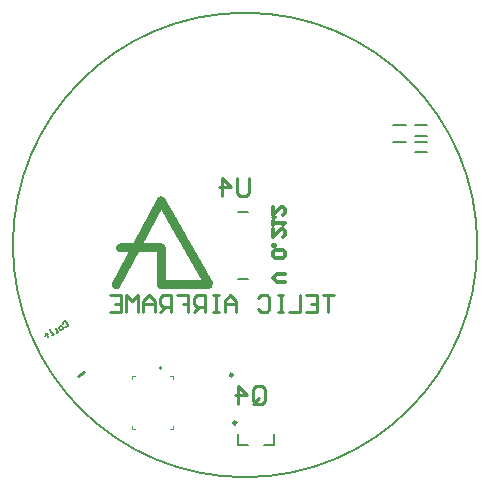
<source format=gbo>
G04*
G04 #@! TF.GenerationSoftware,Altium Limited,Altium Designer,22.6.1 (34)*
G04*
G04 Layer_Color=32896*
%FSLAX44Y44*%
%MOMM*%
G71*
G04*
G04 #@! TF.SameCoordinates,74DF644D-C5CC-47E8-8FD8-F3D1935BC2B4*
G04*
G04*
G04 #@! TF.FilePolarity,Positive*
G04*
G01*
G75*
%ADD10C,0.2500*%
%ADD11C,0.1000*%
%ADD12C,0.2000*%
%ADD13C,0.2540*%
%ADD103C,0.3000*%
%ADD104C,0.1500*%
G36*
X635592Y601942D02*
X635279Y601930D01*
X635245Y601919D01*
X635173Y601902D01*
X635038Y601869D01*
X634971Y601858D01*
X634826Y601835D01*
X634770Y601824D01*
X634714Y601802D01*
X634653Y601774D01*
X634597Y601752D01*
X634457Y601724D01*
X634401Y601701D01*
X634373Y601673D01*
X634317Y601651D01*
X634239Y601628D01*
X634166Y601600D01*
X634138Y601573D01*
X634116Y601561D01*
X634038Y601528D01*
X633965Y601500D01*
X633926Y601461D01*
X633904Y601450D01*
X633758Y601371D01*
X633713Y601327D01*
X633591Y601260D01*
X633546Y601215D01*
X633467Y601170D01*
X633400Y601103D01*
X633378Y601092D01*
X633345Y601058D01*
X633328Y601053D01*
X633317Y601030D01*
X633300Y601014D01*
X633278Y601002D01*
X633054Y600779D01*
X633032Y600768D01*
X633015Y600751D01*
X633004Y600728D01*
X632914Y600639D01*
X632903Y600617D01*
X632875Y600578D01*
X632853Y600566D01*
X632825Y600538D01*
X632780Y600460D01*
X632763Y600443D01*
X632741Y600432D01*
X632724Y600415D01*
X632657Y600292D01*
X632612Y600248D01*
X632590Y600192D01*
X632556Y600136D01*
X632512Y600091D01*
X632472Y599985D01*
X632444Y599946D01*
X632422Y599924D01*
X632411Y599901D01*
X632377Y599823D01*
X632322Y599722D01*
X632299Y599700D01*
X632277Y599644D01*
X632266Y599599D01*
X632210Y599521D01*
X632165Y599420D01*
X632120Y599342D01*
X632098Y599320D01*
X632064Y599241D01*
X632037Y599169D01*
X632020Y599152D01*
X632009Y599130D01*
X631975Y599096D01*
X631930Y598973D01*
X631880Y598912D01*
X631852Y598850D01*
X631824Y598778D01*
X631796Y598738D01*
X631774Y598716D01*
X631740Y598638D01*
X631712Y598565D01*
X631696Y598548D01*
X631684Y598526D01*
X631651Y598492D01*
X631606Y598369D01*
X631556Y598308D01*
X631528Y598246D01*
X631500Y598174D01*
X631472Y598135D01*
X631427Y598068D01*
X631410Y598006D01*
X631354Y597917D01*
X631338Y597900D01*
X631315Y597844D01*
X631287Y597771D01*
X631259Y597732D01*
X631237Y597710D01*
X631226Y597687D01*
X631203Y597631D01*
X631176Y597559D01*
X631136Y597520D01*
X631125Y597497D01*
X631092Y597419D01*
X631036Y597318D01*
X631013Y597296D01*
X630991Y597240D01*
X630963Y597168D01*
X630935Y597128D01*
X630913Y597106D01*
X630879Y597028D01*
X630851Y596955D01*
X630812Y596916D01*
X630801Y596894D01*
X630768Y596815D01*
X630745Y596759D01*
X630723Y596737D01*
X630712Y596715D01*
X630689Y596692D01*
X630650Y596586D01*
X630611Y596525D01*
X630589Y596502D01*
X630566Y596446D01*
X630538Y596374D01*
X630510Y596335D01*
X630488Y596312D01*
X630454Y596234D01*
X630426Y596161D01*
X630410Y596145D01*
X630398Y596122D01*
X630365Y596089D01*
X630320Y595966D01*
X630270Y595904D01*
X630242Y595843D01*
X630214Y595770D01*
X630186Y595731D01*
X630164Y595709D01*
X630130Y595630D01*
X630102Y595558D01*
X630085Y595541D01*
X630074Y595518D01*
X630041Y595485D01*
X630030Y595440D01*
X630007Y595384D01*
X629996Y595362D01*
X629946Y595300D01*
X629918Y595239D01*
X629907Y595194D01*
X629834Y595088D01*
X629806Y595027D01*
X629795Y594982D01*
X629716Y594870D01*
X629677Y594764D01*
X629650Y594725D01*
X629627Y594702D01*
X629616Y594680D01*
X629594Y594624D01*
X629566Y594551D01*
X629526Y594512D01*
X629515Y594490D01*
X629482Y594412D01*
X629426Y594311D01*
X629403Y594289D01*
X629381Y594233D01*
X629353Y594160D01*
X629325Y594121D01*
X629303Y594099D01*
X629269Y594020D01*
X629241Y593948D01*
X629202Y593909D01*
X629191Y593886D01*
X629157Y593808D01*
X629135Y593752D01*
X629085Y593690D01*
X629057Y593629D01*
X629046Y593584D01*
X628990Y593506D01*
X628945Y593405D01*
X628900Y593327D01*
X628856Y593260D01*
X628816Y593154D01*
X628800Y593137D01*
X628789Y593115D01*
X628755Y593081D01*
X628710Y592958D01*
X628660Y592897D01*
X628632Y592835D01*
X628604Y592762D01*
X628576Y592723D01*
X628554Y592701D01*
X628520Y592623D01*
X628492Y592550D01*
X628475Y592533D01*
X628464Y592511D01*
X628431Y592477D01*
X628420Y592433D01*
X628397Y592377D01*
X628386Y592354D01*
X628336Y592293D01*
X628308Y592231D01*
X628297Y592187D01*
X628224Y592080D01*
X628196Y592008D01*
X628140Y591907D01*
X628118Y591885D01*
X628095Y591829D01*
X628068Y591756D01*
X628040Y591717D01*
X628017Y591695D01*
X628006Y591672D01*
X627984Y591617D01*
X627956Y591544D01*
X627916Y591505D01*
X627905Y591482D01*
X627872Y591404D01*
X627849Y591348D01*
X627799Y591287D01*
X627771Y591225D01*
X627743Y591152D01*
X627715Y591113D01*
X627693Y591091D01*
X627659Y591013D01*
X627631Y590940D01*
X627592Y590901D01*
X627581Y590879D01*
X627548Y590800D01*
X627525Y590745D01*
X627475Y590683D01*
X627447Y590610D01*
X627391Y590510D01*
X627369Y590487D01*
X627346Y590431D01*
X627318Y590359D01*
X627290Y590320D01*
X627246Y590252D01*
X627207Y590146D01*
X627190Y590130D01*
X627179Y590107D01*
X627145Y590074D01*
X627095Y589934D01*
X627044Y589884D01*
X627022Y589828D01*
X626994Y589755D01*
X626966Y589716D01*
X626922Y589649D01*
X626882Y589543D01*
X626866Y589526D01*
X626854Y589503D01*
X626821Y589470D01*
X626810Y589425D01*
X626787Y589369D01*
X626776Y589347D01*
X626726Y589285D01*
X626698Y589213D01*
X626642Y589112D01*
X626597Y589045D01*
X626581Y588984D01*
X626525Y588894D01*
X626508Y588877D01*
X626485Y588821D01*
X626457Y588749D01*
X626429Y588710D01*
X626407Y588687D01*
X626396Y588665D01*
X626374Y588609D01*
X626346Y588536D01*
X626306Y588497D01*
X626295Y588475D01*
X626262Y588397D01*
X626240Y588341D01*
X626189Y588279D01*
X626161Y588218D01*
X626133Y588145D01*
X626105Y588106D01*
X626083Y588083D01*
X626049Y588005D01*
X626021Y587933D01*
X625982Y587893D01*
X625971Y587871D01*
X625926Y587759D01*
X625915Y587737D01*
X625865Y587676D01*
X625837Y587603D01*
X625781Y587502D01*
X625759Y587480D01*
X625736Y587424D01*
X625708Y587351D01*
X625680Y587312D01*
X625636Y587245D01*
X625597Y587139D01*
X625580Y587122D01*
X625569Y587100D01*
X625535Y587066D01*
X625485Y586926D01*
X625434Y586876D01*
X625412Y586820D01*
X625384Y586748D01*
X625339Y586680D01*
X625323Y586664D01*
X625300Y586608D01*
X625272Y586535D01*
X625256Y586518D01*
X625244Y586496D01*
X625222Y586474D01*
X625188Y586395D01*
X625166Y586339D01*
X625116Y586278D01*
X625088Y586205D01*
X625032Y586105D01*
X624987Y586037D01*
X624971Y585976D01*
X624915Y585887D01*
X624898Y585870D01*
X624875Y585814D01*
X624847Y585741D01*
X624775Y585646D01*
X624758Y585585D01*
X624736Y585529D01*
X624697Y585490D01*
X624685Y585467D01*
X624652Y585389D01*
X624630Y585333D01*
X624579Y585272D01*
X624551Y585210D01*
X624523Y585137D01*
X624495Y585098D01*
X624473Y585076D01*
X624439Y584998D01*
X624412Y584925D01*
X624372Y584886D01*
X624361Y584864D01*
X624316Y584752D01*
X624305Y584729D01*
X624255Y584668D01*
X624227Y584595D01*
X624171Y584495D01*
X624149Y584472D01*
X624126Y584416D01*
X624098Y584344D01*
X624071Y584305D01*
X624026Y584238D01*
X623987Y584131D01*
X623970Y584114D01*
X623959Y584092D01*
X623925Y584059D01*
X623875Y583919D01*
X623825Y583869D01*
X623802Y583813D01*
X623774Y583740D01*
X623746Y583701D01*
X623702Y583634D01*
X623662Y583528D01*
X623634Y583488D01*
X623601Y583455D01*
X623590Y583410D01*
X623567Y583354D01*
X623534Y583298D01*
X623500Y583265D01*
X623461Y583159D01*
X623422Y583097D01*
X623377Y583030D01*
X623360Y582968D01*
X623305Y582879D01*
X623288Y582862D01*
X623265Y582806D01*
X623237Y582734D01*
X623210Y582695D01*
X623187Y582672D01*
X623176Y582650D01*
X623154Y582594D01*
X623126Y582521D01*
X623087Y582482D01*
X623075Y582460D01*
X623042Y582382D01*
X623019Y582326D01*
X622969Y582264D01*
X622941Y582203D01*
X622913Y582130D01*
X622885Y582091D01*
X622863Y582068D01*
X622830Y581990D01*
X622802Y581918D01*
X622774Y581890D01*
X622762Y581867D01*
X622740Y581845D01*
X622723Y581783D01*
X622690Y581716D01*
X622628Y581632D01*
X622611Y581571D01*
X622556Y581482D01*
X622539Y581465D01*
X622516Y581409D01*
X622489Y581336D01*
X622461Y581297D01*
X622438Y581275D01*
X622405Y581196D01*
X622377Y581124D01*
X622360Y581107D01*
X622349Y581085D01*
X622315Y581051D01*
X622265Y580911D01*
X622215Y580861D01*
X622192Y580805D01*
X622164Y580732D01*
X622136Y580693D01*
X622092Y580626D01*
X622052Y580520D01*
X622024Y580481D01*
X621991Y580447D01*
X621980Y580403D01*
X621957Y580347D01*
X621946Y580324D01*
X621896Y580263D01*
X621840Y580118D01*
X621801Y580078D01*
X621790Y580056D01*
X621756Y579978D01*
X621700Y579877D01*
X621678Y579855D01*
X621656Y579799D01*
X621628Y579726D01*
X621600Y579687D01*
X621577Y579665D01*
X621544Y579586D01*
X621516Y579514D01*
X621488Y579486D01*
X621477Y579464D01*
X621454Y579441D01*
X621410Y579318D01*
X621359Y579257D01*
X621331Y579195D01*
X621303Y579123D01*
X621275Y579083D01*
X621253Y579061D01*
X621219Y578983D01*
X621191Y578910D01*
X621164Y578882D01*
X621152Y578860D01*
X621130Y578837D01*
X621113Y578776D01*
X621080Y578709D01*
X621052Y578670D01*
X621029Y578647D01*
X620990Y578541D01*
X620951Y578480D01*
X620929Y578457D01*
X620906Y578401D01*
X620878Y578329D01*
X620850Y578290D01*
X620828Y578267D01*
X620795Y578189D01*
X620767Y578116D01*
X620750Y578100D01*
X620739Y578077D01*
X620705Y578044D01*
X620655Y577904D01*
X620605Y577854D01*
X620582Y577798D01*
X620549Y577708D01*
X620526Y577686D01*
X620515Y577663D01*
X620493Y577641D01*
X620470Y577585D01*
X620442Y577513D01*
X620415Y577473D01*
X620381Y577440D01*
X620370Y577395D01*
X620347Y577339D01*
X620314Y577283D01*
X620291Y577261D01*
X620280Y577239D01*
X620236Y577127D01*
X620224Y577104D01*
X620191Y577071D01*
X620180Y577049D01*
X620146Y576970D01*
X620090Y576870D01*
X620068Y576847D01*
X620046Y576791D01*
X620018Y576719D01*
X619990Y576680D01*
X619967Y576657D01*
X619956Y576635D01*
X619934Y576579D01*
X619906Y576506D01*
X619878Y576478D01*
X619867Y576456D01*
X619844Y576434D01*
X619800Y576311D01*
X619749Y576249D01*
X619721Y576188D01*
X619693Y576115D01*
X619665Y576076D01*
X619643Y576054D01*
X619609Y575975D01*
X619582Y575903D01*
X619554Y575875D01*
X619542Y575852D01*
X619520Y575830D01*
X619503Y575768D01*
X619481Y575713D01*
X619464Y575696D01*
X619453Y575673D01*
X619420Y575640D01*
X619380Y575534D01*
X619341Y575472D01*
X619319Y575450D01*
X619296Y575394D01*
X619268Y575321D01*
X619229Y575271D01*
X619218Y575248D01*
X619174Y575148D01*
X619129Y575070D01*
X619095Y575036D01*
X619045Y574896D01*
X619006Y574857D01*
X618995Y574835D01*
X618961Y574757D01*
X618939Y574701D01*
X618916Y574678D01*
X618905Y574656D01*
X618883Y574634D01*
X618860Y574578D01*
X618849Y574533D01*
X618793Y574455D01*
X618737Y574332D01*
X618704Y574276D01*
X618682Y574254D01*
X618670Y574231D01*
X618626Y574119D01*
X618615Y574097D01*
X618581Y574063D01*
X618570Y574041D01*
X618536Y573963D01*
X618480Y573862D01*
X618458Y573840D01*
X618436Y573784D01*
X618408Y573711D01*
X618380Y573672D01*
X618357Y573650D01*
X618346Y573627D01*
X618324Y573572D01*
X618296Y573499D01*
X618268Y573471D01*
X618257Y573448D01*
X618234Y573426D01*
X618190Y573303D01*
X618139Y573242D01*
X618111Y573180D01*
X618083Y573107D01*
X618055Y573068D01*
X618033Y573046D01*
X618000Y572968D01*
X617988Y572923D01*
X617910Y572811D01*
X617882Y572738D01*
X617865Y572699D01*
X617815Y572638D01*
X617787Y572565D01*
X617731Y572465D01*
X617709Y572442D01*
X617687Y572386D01*
X617659Y572314D01*
X617597Y572230D01*
X617575Y572174D01*
X617547Y572101D01*
X617530Y572085D01*
X617519Y572062D01*
X617496Y572040D01*
X617485Y572017D01*
X617463Y571962D01*
X617435Y571889D01*
X617396Y571850D01*
X617385Y571827D01*
X617351Y571749D01*
X617329Y571693D01*
X617306Y571671D01*
X617295Y571648D01*
X617273Y571626D01*
X617251Y571570D01*
X617223Y571497D01*
X617195Y571458D01*
X617172Y571436D01*
X617127Y571324D01*
X617094Y571268D01*
X617072Y571246D01*
X617060Y571224D01*
X617016Y571112D01*
X617005Y571089D01*
X616971Y571056D01*
X616960Y571034D01*
X616926Y570955D01*
X616870Y570855D01*
X616848Y570832D01*
X616826Y570776D01*
X616798Y570704D01*
X616770Y570665D01*
X616747Y570642D01*
X616714Y570564D01*
X616686Y570491D01*
X616658Y570463D01*
X616647Y570441D01*
X616624Y570419D01*
X616580Y570296D01*
X616529Y570234D01*
X616501Y570173D01*
X616473Y570100D01*
X616412Y570016D01*
X616390Y569960D01*
X616362Y569888D01*
X616334Y569860D01*
X616323Y569837D01*
X616300Y569815D01*
X616283Y569753D01*
X616261Y569697D01*
X616205Y569630D01*
X616177Y569558D01*
X616121Y569457D01*
X616099Y569435D01*
X616077Y569379D01*
X616049Y569306D01*
X616004Y569239D01*
X615987Y569222D01*
X615965Y569166D01*
X615937Y569094D01*
X615920Y569077D01*
X615909Y569055D01*
X615875Y569021D01*
X615825Y568881D01*
X615786Y568842D01*
X615775Y568820D01*
X615741Y568742D01*
X615719Y568686D01*
X615668Y568624D01*
X615640Y568563D01*
X615613Y568490D01*
X615585Y568451D01*
X615562Y568428D01*
X615529Y568350D01*
X615501Y568278D01*
X615462Y568238D01*
X615450Y568216D01*
X615406Y568104D01*
X615395Y568082D01*
X615372Y568060D01*
X615361Y568037D01*
X615339Y568015D01*
X615299Y567909D01*
X615260Y567847D01*
X615238Y567825D01*
X615216Y567769D01*
X615188Y567696D01*
X615126Y567612D01*
X615104Y567556D01*
X615076Y567484D01*
X615048Y567456D01*
X615037Y567434D01*
X615014Y567411D01*
X614970Y567288D01*
X614919Y567227D01*
X614891Y567165D01*
X614864Y567093D01*
X614836Y567053D01*
X614813Y567031D01*
X614780Y566953D01*
X614768Y566908D01*
X614690Y566796D01*
X614651Y566690D01*
X614623Y566651D01*
X614590Y566617D01*
X614550Y566511D01*
X614511Y566450D01*
X614489Y566427D01*
X614467Y566371D01*
X614439Y566299D01*
X614394Y566232D01*
X614377Y566215D01*
X614355Y566159D01*
X614327Y566086D01*
X614299Y566047D01*
X614277Y566025D01*
X614243Y565947D01*
X614215Y565874D01*
X614176Y565835D01*
X614165Y565812D01*
X614131Y565734D01*
X614109Y565678D01*
X614086Y565656D01*
X614075Y565633D01*
X614053Y565611D01*
X614030Y565555D01*
X614003Y565482D01*
X613975Y565443D01*
X613952Y565421D01*
X613930Y565365D01*
X613902Y565292D01*
X613829Y565197D01*
X613812Y565136D01*
X613779Y565069D01*
X613762Y565052D01*
X613751Y565030D01*
X613729Y565007D01*
X613690Y564901D01*
X613650Y564840D01*
X613628Y564817D01*
X613606Y564761D01*
X613578Y564689D01*
X613550Y564650D01*
X613527Y564627D01*
X613516Y564605D01*
X613494Y564549D01*
X613466Y564476D01*
X613449Y564459D01*
X613438Y564437D01*
X613404Y564404D01*
X613360Y564281D01*
X613309Y564219D01*
X613270Y564124D01*
X613226Y564046D01*
X613203Y564024D01*
X613181Y563968D01*
X613153Y563895D01*
X613108Y563828D01*
X613091Y563811D01*
X613069Y563755D01*
X613041Y563683D01*
X613013Y563643D01*
X612980Y563610D01*
X612940Y563504D01*
X612901Y563442D01*
X612857Y563375D01*
X612840Y563313D01*
X612784Y563224D01*
X612767Y563207D01*
X612745Y563151D01*
X612717Y563079D01*
X612700Y563062D01*
X612689Y563040D01*
X612667Y563017D01*
X612633Y562939D01*
X612605Y562866D01*
X612566Y562827D01*
X612555Y562805D01*
X612521Y562727D01*
X612499Y562671D01*
X612477Y562648D01*
X612465Y562626D01*
X612443Y562604D01*
X612421Y562548D01*
X612409Y562503D01*
X612354Y562425D01*
X612309Y562324D01*
X612264Y562246D01*
X612242Y562223D01*
X612230Y562201D01*
X612191Y562151D01*
X612102Y562128D01*
X612024Y562140D01*
X601123Y562128D01*
X601089Y562117D01*
X600966Y562106D01*
X600933Y562095D01*
X600860Y562078D01*
X600815Y562067D01*
X600704Y562045D01*
X600491Y562011D01*
X600402Y561978D01*
X600340Y561950D01*
X600262Y561927D01*
X600161Y561905D01*
X600083Y561860D01*
X600005Y561827D01*
X599899Y561787D01*
X599832Y561743D01*
X599770Y561715D01*
X599681Y561681D01*
X599619Y561631D01*
X599602Y561614D01*
X599558Y561603D01*
X599479Y561558D01*
X599446Y561525D01*
X599423Y561513D01*
X599345Y561469D01*
X599284Y561418D01*
X599256Y561390D01*
X599178Y561346D01*
X599133Y561301D01*
X599110Y561290D01*
X599010Y561212D01*
X598954Y561156D01*
X598932Y561144D01*
X598904Y561117D01*
X598892Y561094D01*
X598876Y561077D01*
X598853Y561066D01*
X598831Y561044D01*
X598814Y561038D01*
X598803Y561016D01*
X598680Y560893D01*
X598669Y560871D01*
X598591Y560792D01*
X598579Y560770D01*
X598523Y560692D01*
X598490Y560658D01*
X598479Y560636D01*
X598434Y560558D01*
X598367Y560490D01*
X598311Y560390D01*
X598278Y560356D01*
X598244Y560278D01*
X598210Y560222D01*
X598188Y560200D01*
X598177Y560177D01*
X598143Y560099D01*
X598115Y560027D01*
X598087Y559987D01*
X598032Y559864D01*
X598015Y559803D01*
X597970Y559736D01*
X597942Y559663D01*
X597931Y559618D01*
X597920Y559551D01*
X597909Y559518D01*
X597864Y559417D01*
X597830Y559305D01*
X597813Y559177D01*
X597791Y559065D01*
X597746Y558886D01*
X597730Y558735D01*
X597718Y558422D01*
X597730Y557852D01*
X597741Y557818D01*
X597752Y557729D01*
X597763Y557695D01*
X597780Y557634D01*
X597791Y557589D01*
X597813Y557477D01*
X597847Y557276D01*
X597903Y557153D01*
X597925Y557064D01*
X597936Y557008D01*
X597970Y556918D01*
X597987Y556902D01*
X597998Y556879D01*
X598020Y556823D01*
X598071Y556684D01*
X598110Y556645D01*
X598132Y556589D01*
X598171Y556482D01*
X598199Y556443D01*
X598233Y556410D01*
X598261Y556337D01*
X598278Y556298D01*
X598300Y556275D01*
X598311Y556253D01*
X598344Y556220D01*
X598400Y556119D01*
X598445Y556074D01*
X598501Y555974D01*
X598568Y555907D01*
X598579Y555884D01*
X598630Y555823D01*
X598680Y555772D01*
X598691Y555750D01*
X598803Y555638D01*
X598814Y555616D01*
X598881Y555560D01*
X598954Y555487D01*
X598976Y555476D01*
X599066Y555387D01*
X599122Y555353D01*
X599183Y555303D01*
X599200Y555286D01*
X599222Y555275D01*
X599300Y555219D01*
X599345Y555174D01*
X599446Y555118D01*
X599479Y555085D01*
X599580Y555040D01*
X599602Y555029D01*
X599664Y554979D01*
X599725Y554951D01*
X599832Y554911D01*
X599848Y554895D01*
X599871Y554883D01*
X599893Y554861D01*
X599938Y554850D01*
X599971Y554839D01*
X600078Y554800D01*
X600094Y554783D01*
X600195Y554738D01*
X600323Y554710D01*
X600379Y554688D01*
X600441Y554660D01*
X600519Y554638D01*
X600564Y554626D01*
X600692Y554610D01*
X600804Y554587D01*
X600849Y554576D01*
X600905Y554565D01*
X600950Y554554D01*
X601006Y554543D01*
X601095Y554531D01*
X601363Y554520D01*
X608060Y554509D01*
X608099Y554481D01*
X608105Y554442D01*
X608055Y554380D01*
X608027Y554352D01*
X607988Y554246D01*
X607971Y554230D01*
X607960Y554207D01*
X607937Y554185D01*
X607915Y554129D01*
X607887Y554056D01*
X607859Y554017D01*
X607837Y553995D01*
X607803Y553917D01*
X607775Y553844D01*
X607736Y553805D01*
X607725Y553782D01*
X607691Y553704D01*
X607680Y553659D01*
X607658Y553637D01*
X607647Y553615D01*
X607613Y553581D01*
X607591Y553525D01*
X607579Y553480D01*
X607524Y553402D01*
X607479Y553302D01*
X607434Y553223D01*
X607412Y553201D01*
X607378Y553123D01*
X607350Y553050D01*
X607333Y553033D01*
X607322Y553011D01*
X607289Y552977D01*
X607244Y552854D01*
X607194Y552793D01*
X607166Y552731D01*
X607138Y552659D01*
X607099Y552608D01*
X607088Y552586D01*
X607043Y552485D01*
X606998Y552407D01*
X606965Y552374D01*
X606914Y552234D01*
X606864Y552183D01*
X606808Y552038D01*
X606774Y552005D01*
X606763Y551982D01*
X606730Y551904D01*
X606674Y551803D01*
X606651Y551781D01*
X606629Y551725D01*
X606601Y551652D01*
X606573Y551613D01*
X606551Y551591D01*
X606540Y551569D01*
X606517Y551513D01*
X606489Y551440D01*
X606450Y551401D01*
X606439Y551379D01*
X606405Y551300D01*
X606350Y551200D01*
X606327Y551177D01*
X606305Y551121D01*
X606277Y551049D01*
X606249Y551010D01*
X606227Y550987D01*
X606193Y550909D01*
X606182Y550864D01*
X606132Y550803D01*
X606104Y550752D01*
X606081Y550696D01*
X606070Y550652D01*
X606037Y550618D01*
X606025Y550596D01*
X606003Y550574D01*
X605964Y550467D01*
X605925Y550406D01*
X605902Y550383D01*
X605880Y550328D01*
X605852Y550255D01*
X605813Y550205D01*
X605802Y550182D01*
X605757Y550082D01*
X605712Y550003D01*
X605679Y549970D01*
X605640Y549864D01*
X605601Y549802D01*
X605578Y549780D01*
X605556Y549724D01*
X605528Y549651D01*
X605500Y549612D01*
X605478Y549590D01*
X605444Y549511D01*
X605416Y549439D01*
X605399Y549422D01*
X605388Y549400D01*
X605355Y549366D01*
X605338Y549305D01*
X605304Y549238D01*
X605276Y549198D01*
X605254Y549176D01*
X605215Y549070D01*
X605198Y549031D01*
X605165Y548997D01*
X605153Y548975D01*
X605120Y548896D01*
X605064Y548796D01*
X605042Y548773D01*
X605019Y548718D01*
X604991Y548645D01*
X604963Y548606D01*
X604941Y548583D01*
X604930Y548561D01*
X604907Y548505D01*
X604879Y548433D01*
X604840Y548393D01*
X604829Y548371D01*
X604796Y548293D01*
X604740Y548192D01*
X604717Y548170D01*
X604695Y548114D01*
X604667Y548041D01*
X604605Y547957D01*
X604583Y547901D01*
X604555Y547829D01*
X604516Y547790D01*
X604505Y547767D01*
X604471Y547689D01*
X604460Y547644D01*
X604438Y547622D01*
X604427Y547600D01*
X604393Y547566D01*
X604354Y547460D01*
X604315Y547398D01*
X604292Y547376D01*
X604270Y547320D01*
X604242Y547247D01*
X604214Y547208D01*
X604192Y547186D01*
X604158Y547108D01*
X604130Y547035D01*
X604114Y547018D01*
X604102Y546996D01*
X604069Y546962D01*
X604024Y546839D01*
X603974Y546778D01*
X603946Y546716D01*
X603918Y546644D01*
X603890Y546604D01*
X603845Y546537D01*
X603806Y546431D01*
X603789Y546414D01*
X603778Y546392D01*
X603745Y546358D01*
X603733Y546314D01*
X603722Y546280D01*
X603678Y546202D01*
X603644Y546169D01*
X603594Y546029D01*
X603555Y545990D01*
X603543Y545967D01*
X603510Y545889D01*
X603454Y545788D01*
X603432Y545766D01*
X603409Y545710D01*
X603381Y545637D01*
X603309Y545542D01*
X603292Y545481D01*
X603270Y545425D01*
X603230Y545386D01*
X603219Y545364D01*
X603186Y545285D01*
X603130Y545185D01*
X603107Y545162D01*
X603085Y545106D01*
X603057Y545034D01*
X603029Y544995D01*
X603007Y544972D01*
X602973Y544894D01*
X602945Y544821D01*
X602906Y544782D01*
X602895Y544760D01*
X602861Y544682D01*
X602850Y544637D01*
X602828Y544614D01*
X602817Y544592D01*
X602783Y544558D01*
X602761Y544503D01*
X602750Y544458D01*
X602694Y544380D01*
X602649Y544279D01*
X602604Y544201D01*
X602560Y544134D01*
X602520Y544027D01*
X602504Y544011D01*
X602492Y543988D01*
X602459Y543955D01*
X602414Y543832D01*
X602364Y543770D01*
X602336Y543709D01*
X602308Y543636D01*
X602280Y543597D01*
X602235Y543530D01*
X602196Y543424D01*
X602179Y543407D01*
X602168Y543385D01*
X602135Y543351D01*
X602123Y543306D01*
X602095Y543234D01*
X602040Y543167D01*
X602012Y543094D01*
X601989Y543038D01*
X601978Y543016D01*
X601945Y542982D01*
X601933Y542960D01*
X601900Y542882D01*
X601844Y542781D01*
X601822Y542758D01*
X601799Y542703D01*
X601771Y542630D01*
X601743Y542591D01*
X601721Y542568D01*
X601710Y542546D01*
X601688Y542490D01*
X601660Y542417D01*
X601620Y542378D01*
X601609Y542356D01*
X601576Y542278D01*
X601520Y542177D01*
X601497Y542155D01*
X601475Y542099D01*
X601447Y542026D01*
X601419Y541987D01*
X601397Y541965D01*
X601363Y541886D01*
X601335Y541814D01*
X601296Y541775D01*
X601285Y541752D01*
X601263Y541696D01*
X601235Y541624D01*
X601218Y541607D01*
X601207Y541585D01*
X601173Y541551D01*
X601134Y541445D01*
X601095Y541383D01*
X601073Y541361D01*
X601050Y541305D01*
X601022Y541232D01*
X600994Y541193D01*
X600972Y541171D01*
X600938Y541093D01*
X600910Y541020D01*
X600894Y541003D01*
X600882Y540981D01*
X600849Y540947D01*
X600804Y540824D01*
X600754Y540763D01*
X600726Y540701D01*
X600698Y540629D01*
X600659Y540578D01*
X600648Y540556D01*
X600603Y540455D01*
X600558Y540377D01*
X600536Y540355D01*
X600513Y540299D01*
X600486Y540226D01*
X600469Y540209D01*
X600458Y540187D01*
X600435Y540165D01*
X600424Y540142D01*
X600402Y540086D01*
X600374Y540014D01*
X600335Y539975D01*
X600323Y539952D01*
X600290Y539874D01*
X600234Y539773D01*
X600212Y539751D01*
X600189Y539695D01*
X600161Y539622D01*
X600133Y539583D01*
X600111Y539561D01*
X600100Y539539D01*
X600078Y539483D01*
X600050Y539410D01*
X600022Y539382D01*
X600010Y539360D01*
X599988Y539337D01*
X599949Y539231D01*
X599910Y539170D01*
X599887Y539147D01*
X599865Y539091D01*
X599837Y539019D01*
X599809Y538979D01*
X599787Y538957D01*
X599753Y538879D01*
X599742Y538834D01*
X599692Y538773D01*
X599664Y538722D01*
X599625Y538616D01*
X599608Y538599D01*
X599597Y538577D01*
X599563Y538544D01*
X599524Y538437D01*
X599485Y538376D01*
X599463Y538353D01*
X599440Y538298D01*
X599412Y538225D01*
X599373Y538175D01*
X599362Y538152D01*
X599317Y538052D01*
X599272Y537973D01*
X599239Y537940D01*
X599189Y537800D01*
X599138Y537750D01*
X599116Y537694D01*
X599088Y537621D01*
X599049Y537571D01*
X599038Y537548D01*
X598993Y537448D01*
X598948Y537370D01*
X598915Y537336D01*
X598898Y537275D01*
X598876Y537219D01*
X598848Y537179D01*
X598825Y537157D01*
X598814Y537135D01*
X598792Y537079D01*
X598764Y537006D01*
X598725Y536967D01*
X598713Y536945D01*
X598680Y536866D01*
X598624Y536766D01*
X598602Y536744D01*
X598579Y536688D01*
X598551Y536615D01*
X598523Y536576D01*
X598501Y536553D01*
X598467Y536475D01*
X598440Y536403D01*
X598412Y536375D01*
X598400Y536352D01*
X598378Y536330D01*
X598339Y536224D01*
X598300Y536162D01*
X598278Y536140D01*
X598255Y536084D01*
X598227Y536011D01*
X598199Y535972D01*
X598177Y535950D01*
X598132Y535838D01*
X598099Y535782D01*
X598076Y535760D01*
X598065Y535737D01*
X598043Y535681D01*
X598015Y535609D01*
X597998Y535592D01*
X597987Y535569D01*
X597953Y535536D01*
X597914Y535430D01*
X597875Y535368D01*
X597853Y535346D01*
X597830Y535290D01*
X597802Y535217D01*
X597763Y535167D01*
X597752Y535145D01*
X597707Y535044D01*
X597663Y534966D01*
X597629Y534932D01*
X597618Y534888D01*
X597595Y534832D01*
X597584Y534809D01*
X597534Y534748D01*
X597506Y534686D01*
X597478Y534614D01*
X597450Y534575D01*
X597405Y534507D01*
X597366Y534401D01*
X597350Y534384D01*
X597338Y534362D01*
X597305Y534328D01*
X597288Y534267D01*
X597266Y534211D01*
X597238Y534172D01*
X597215Y534150D01*
X597204Y534127D01*
X597182Y534071D01*
X597154Y533999D01*
X597115Y533960D01*
X597104Y533937D01*
X597070Y533859D01*
X597048Y533803D01*
X596997Y533742D01*
X596969Y533680D01*
X596941Y533607D01*
X596913Y533568D01*
X596891Y533546D01*
X596858Y533468D01*
X596830Y533395D01*
X596802Y533367D01*
X596791Y533345D01*
X596768Y533322D01*
X596729Y533216D01*
X596690Y533155D01*
X596668Y533132D01*
X596645Y533076D01*
X596634Y533032D01*
X596578Y532953D01*
X596533Y532853D01*
X596489Y532774D01*
X596466Y532752D01*
X596455Y532730D01*
X596433Y532674D01*
X596405Y532601D01*
X596388Y532584D01*
X596377Y532562D01*
X596343Y532528D01*
X596304Y532422D01*
X596265Y532361D01*
X596243Y532338D01*
X596220Y532282D01*
X596192Y532210D01*
X596164Y532171D01*
X596142Y532148D01*
X596109Y532070D01*
X596081Y531997D01*
X596064Y531981D01*
X596053Y531958D01*
X596019Y531925D01*
X595969Y531785D01*
X595918Y531735D01*
X595891Y531662D01*
X595868Y531606D01*
X595840Y531567D01*
X595795Y531500D01*
X595756Y531394D01*
X595728Y531355D01*
X595706Y531332D01*
X595684Y531276D01*
X595656Y531204D01*
X595628Y531165D01*
X595605Y531142D01*
X595594Y531120D01*
X595572Y531064D01*
X595544Y530991D01*
X595516Y530963D01*
X595505Y530941D01*
X595482Y530919D01*
X595443Y530812D01*
X595404Y530751D01*
X595382Y530728D01*
X595359Y530672D01*
X595331Y530600D01*
X595270Y530516D01*
X595248Y530460D01*
X595220Y530387D01*
X595192Y530359D01*
X595181Y530337D01*
X595158Y530315D01*
X595147Y530270D01*
X595125Y530214D01*
X595113Y530192D01*
X595063Y530130D01*
X595035Y530069D01*
X595024Y530024D01*
X594968Y529946D01*
X594923Y529845D01*
X594879Y529767D01*
X594856Y529745D01*
X594845Y529722D01*
X594823Y529666D01*
X594795Y529594D01*
X594778Y529577D01*
X594767Y529554D01*
X594733Y529521D01*
X594683Y529381D01*
X594633Y529331D01*
X594610Y529275D01*
X594582Y529202D01*
X594554Y529163D01*
X594510Y529096D01*
X594471Y528990D01*
X594443Y528951D01*
X594420Y528928D01*
X594387Y528850D01*
X594375Y528805D01*
X594297Y528683D01*
X594275Y528604D01*
X594264Y528559D01*
X594197Y528448D01*
X594174Y528358D01*
X594157Y528286D01*
X594124Y528196D01*
X594096Y528135D01*
X594074Y528056D01*
X594057Y527928D01*
X594046Y527872D01*
X594001Y527693D01*
X593990Y527637D01*
X593979Y527570D01*
X593967Y527436D01*
X593962Y526782D01*
X593973Y526748D01*
X593984Y526592D01*
X593995Y526558D01*
X594012Y526474D01*
X594046Y526340D01*
X594057Y526284D01*
X594068Y526195D01*
X594079Y526139D01*
X594090Y526094D01*
X594113Y526038D01*
X594152Y525943D01*
X594174Y525854D01*
X594191Y525781D01*
X594247Y525692D01*
X594269Y525636D01*
X594281Y525580D01*
X594308Y525507D01*
X594375Y525407D01*
X594415Y525300D01*
X594443Y525261D01*
X594465Y525239D01*
X594476Y525217D01*
X594543Y525094D01*
X594577Y525060D01*
X594644Y524937D01*
X594689Y524892D01*
X594733Y524814D01*
X594800Y524747D01*
X594812Y524725D01*
X594862Y524663D01*
X594912Y524613D01*
X594923Y524590D01*
X594946Y524568D01*
X594957Y524546D01*
X595253Y524249D01*
X595275Y524238D01*
X595354Y524160D01*
X595376Y524149D01*
X595438Y524099D01*
X595488Y524048D01*
X595566Y524003D01*
X595622Y523948D01*
X595745Y523881D01*
X595779Y523847D01*
X595857Y523813D01*
X595913Y523780D01*
X595935Y523758D01*
X595957Y523746D01*
X596036Y523713D01*
X596092Y523690D01*
X596170Y523634D01*
X596226Y523612D01*
X596298Y523595D01*
X596366Y523562D01*
X596382Y523545D01*
X596461Y523512D01*
X596589Y523484D01*
X596634Y523472D01*
X596774Y523411D01*
X596869Y523394D01*
X596958Y523383D01*
X597014Y523372D01*
X597148Y523338D01*
X597260Y523316D01*
X597327Y523305D01*
X597551Y523293D01*
X597981Y523288D01*
X598015Y523299D01*
X598261Y523310D01*
X598294Y523321D01*
X598378Y523338D01*
X598512Y523372D01*
X598568Y523383D01*
X598658Y523394D01*
X598725Y523405D01*
X598769Y523416D01*
X598825Y523439D01*
X598887Y523467D01*
X598965Y523489D01*
X599010Y523500D01*
X599082Y523517D01*
X599138Y523540D01*
X599155Y523556D01*
X599178Y523568D01*
X599256Y523601D01*
X599317Y523618D01*
X599373Y523640D01*
X599401Y523668D01*
X599423Y523679D01*
X599502Y523713D01*
X599574Y523741D01*
X599625Y523791D01*
X599703Y523825D01*
X599781Y523869D01*
X599815Y523903D01*
X599837Y523914D01*
X599938Y523970D01*
X599994Y524026D01*
X600072Y524071D01*
X600089Y524087D01*
X600100Y524110D01*
X600167Y524154D01*
X600240Y524227D01*
X600262Y524238D01*
X600295Y524272D01*
X600318Y524283D01*
X600513Y524479D01*
X600525Y524501D01*
X600614Y524590D01*
X600625Y524613D01*
X600664Y524663D01*
X600687Y524674D01*
X600771Y524792D01*
X600815Y524836D01*
X600871Y524937D01*
X600916Y524982D01*
X600983Y525105D01*
X601017Y525138D01*
X601061Y525250D01*
X601140Y525362D01*
X601156Y525423D01*
X601212Y525513D01*
X601229Y525530D01*
X601251Y525586D01*
X601279Y525658D01*
X601352Y525764D01*
X601391Y525871D01*
X601419Y525899D01*
X601430Y525921D01*
X601453Y525943D01*
X601497Y526066D01*
X601548Y526128D01*
X601576Y526189D01*
X601604Y526262D01*
X601632Y526301D01*
X601654Y526323D01*
X601688Y526402D01*
X601715Y526474D01*
X601754Y526513D01*
X601766Y526536D01*
X601810Y526648D01*
X601822Y526670D01*
X601872Y526731D01*
X601900Y526804D01*
X601956Y526905D01*
X601978Y526927D01*
X602001Y526983D01*
X602029Y527056D01*
X602056Y527095D01*
X602101Y527162D01*
X602140Y527268D01*
X602157Y527285D01*
X602168Y527307D01*
X602202Y527341D01*
X602247Y527464D01*
X602297Y527525D01*
X602325Y527587D01*
X602353Y527659D01*
X602381Y527699D01*
X602425Y527766D01*
X602464Y527872D01*
X602526Y527956D01*
X602548Y528012D01*
X602576Y528084D01*
X602627Y528135D01*
X602666Y528241D01*
X602682Y528280D01*
X602716Y528313D01*
X602727Y528336D01*
X602761Y528414D01*
X602817Y528515D01*
X602839Y528537D01*
X602861Y528593D01*
X602889Y528666D01*
X602917Y528705D01*
X602940Y528727D01*
X602951Y528750D01*
X602973Y528805D01*
X603001Y528878D01*
X603029Y528906D01*
X603040Y528928D01*
X603063Y528951D01*
X603107Y529074D01*
X603158Y529135D01*
X603186Y529197D01*
X603214Y529269D01*
X603242Y529309D01*
X603264Y529331D01*
X603297Y529409D01*
X603325Y529482D01*
X603353Y529510D01*
X603364Y529532D01*
X603387Y529554D01*
X603404Y529616D01*
X603437Y529683D01*
X603465Y529722D01*
X603488Y529745D01*
X603527Y529851D01*
X603566Y529912D01*
X603588Y529935D01*
X603610Y529991D01*
X603638Y530063D01*
X603666Y530102D01*
X603711Y530169D01*
X603750Y530276D01*
X603767Y530292D01*
X603778Y530315D01*
X603812Y530348D01*
X603857Y530471D01*
X603935Y530583D01*
X603951Y530645D01*
X603991Y530706D01*
X604035Y530773D01*
X604075Y530879D01*
X604102Y530919D01*
X604125Y530941D01*
X604158Y531019D01*
X604186Y531092D01*
X604237Y531142D01*
X604276Y531248D01*
X604292Y531287D01*
X604326Y531321D01*
X604337Y531343D01*
X604371Y531422D01*
X604427Y531522D01*
X604449Y531545D01*
X604471Y531600D01*
X604499Y531673D01*
X604527Y531712D01*
X604550Y531735D01*
X604561Y531757D01*
X604583Y531813D01*
X604611Y531886D01*
X604639Y531914D01*
X604650Y531936D01*
X604673Y531958D01*
X604717Y532081D01*
X604768Y532143D01*
X604796Y532204D01*
X604823Y532277D01*
X604851Y532316D01*
X604874Y532338D01*
X604907Y532417D01*
X604935Y532489D01*
X604963Y532517D01*
X604975Y532540D01*
X604997Y532562D01*
X605014Y532623D01*
X605047Y532691D01*
X605075Y532730D01*
X605098Y532752D01*
X605137Y532858D01*
X605176Y532920D01*
X605198Y532942D01*
X605220Y532998D01*
X605248Y533071D01*
X605288Y533121D01*
X605299Y533143D01*
X605343Y533244D01*
X605388Y533322D01*
X605422Y533356D01*
X605466Y533479D01*
X605545Y533591D01*
X605561Y533652D01*
X605617Y533742D01*
X605634Y533758D01*
X605657Y533814D01*
X605684Y533887D01*
X605712Y533926D01*
X605735Y533948D01*
X605768Y534027D01*
X605796Y534099D01*
X605846Y534150D01*
X605886Y534256D01*
X605902Y534295D01*
X605936Y534328D01*
X605947Y534351D01*
X605981Y534429D01*
X606037Y534530D01*
X606059Y534552D01*
X606081Y534608D01*
X606109Y534681D01*
X606137Y534720D01*
X606160Y534742D01*
X606171Y534765D01*
X606193Y534821D01*
X606221Y534893D01*
X606249Y534921D01*
X606260Y534943D01*
X606283Y534966D01*
X606327Y535089D01*
X606378Y535150D01*
X606405Y535212D01*
X606433Y535285D01*
X606495Y535368D01*
X606517Y535424D01*
X606545Y535497D01*
X606573Y535525D01*
X606584Y535547D01*
X606607Y535569D01*
X606624Y535631D01*
X606657Y535698D01*
X606719Y535782D01*
X606735Y535844D01*
X606791Y535933D01*
X606808Y535950D01*
X606830Y536006D01*
X606858Y536078D01*
X606886Y536117D01*
X606931Y536184D01*
X606970Y536291D01*
X606987Y536307D01*
X606998Y536330D01*
X607020Y536352D01*
X607032Y536375D01*
X607076Y536486D01*
X607155Y536598D01*
X607171Y536660D01*
X607227Y536749D01*
X607244Y536766D01*
X607267Y536822D01*
X607294Y536894D01*
X607322Y536934D01*
X607345Y536956D01*
X607378Y537034D01*
X607406Y537107D01*
X607445Y537146D01*
X607457Y537168D01*
X607501Y537280D01*
X607512Y537303D01*
X607546Y537336D01*
X607557Y537358D01*
X607591Y537437D01*
X607647Y537537D01*
X607669Y537560D01*
X607691Y537616D01*
X607719Y537688D01*
X607792Y537783D01*
X607809Y537845D01*
X607831Y537901D01*
X607859Y537929D01*
X607870Y537951D01*
X607892Y537973D01*
X607937Y538096D01*
X607988Y538158D01*
X608016Y538219D01*
X608044Y538292D01*
X608105Y538376D01*
X608127Y538432D01*
X608139Y538476D01*
X608217Y538588D01*
X608245Y538661D01*
X608261Y538700D01*
X608312Y538761D01*
X608340Y538834D01*
X608396Y538935D01*
X608418Y538957D01*
X608440Y539013D01*
X608468Y539086D01*
X608513Y539153D01*
X608530Y539170D01*
X608552Y539226D01*
X608580Y539298D01*
X608597Y539315D01*
X608608Y539337D01*
X608630Y539360D01*
X608642Y539382D01*
X608664Y539438D01*
X608692Y539511D01*
X608731Y539550D01*
X608742Y539572D01*
X608776Y539650D01*
X608798Y539706D01*
X608820Y539729D01*
X608832Y539751D01*
X608854Y539773D01*
X608876Y539829D01*
X608904Y539902D01*
X608932Y539941D01*
X608955Y539963D01*
X608988Y540042D01*
X609016Y540114D01*
X609055Y540154D01*
X609067Y540176D01*
X609111Y540288D01*
X609122Y540310D01*
X609156Y540344D01*
X609167Y540366D01*
X609201Y540444D01*
X609257Y540545D01*
X609279Y540567D01*
X609301Y540623D01*
X609329Y540696D01*
X609402Y540802D01*
X609441Y540908D01*
X609469Y540936D01*
X609480Y540959D01*
X609502Y540981D01*
X609547Y541104D01*
X609598Y541165D01*
X609626Y541227D01*
X609653Y541300D01*
X609681Y541339D01*
X609704Y541361D01*
X609737Y541439D01*
X609748Y541484D01*
X609827Y541596D01*
X609866Y541702D01*
X609894Y541741D01*
X609927Y541775D01*
X609967Y541881D01*
X610006Y541942D01*
X610028Y541965D01*
X610050Y542021D01*
X610078Y542093D01*
X610106Y542132D01*
X610151Y542200D01*
X610190Y542306D01*
X610207Y542323D01*
X610218Y542345D01*
X610240Y542367D01*
X610252Y542389D01*
X610274Y542445D01*
X610302Y542518D01*
X610341Y542557D01*
X610352Y542580D01*
X610386Y542658D01*
X610442Y542758D01*
X610464Y542781D01*
X610486Y542837D01*
X610514Y542909D01*
X610576Y542993D01*
X610598Y543049D01*
X610626Y543122D01*
X610665Y543161D01*
X610676Y543183D01*
X610721Y543295D01*
X610732Y543317D01*
X610755Y543340D01*
X610766Y543362D01*
X610788Y543385D01*
X610827Y543491D01*
X610872Y543558D01*
X610889Y543575D01*
X610911Y543631D01*
X610939Y543703D01*
X610967Y543742D01*
X610989Y543765D01*
X611001Y543787D01*
X611023Y543843D01*
X611051Y543916D01*
X611079Y543944D01*
X611090Y543966D01*
X611113Y543988D01*
X611157Y544111D01*
X611208Y544173D01*
X611236Y544234D01*
X611263Y544307D01*
X611291Y544346D01*
X611314Y544369D01*
X611347Y544447D01*
X611358Y544491D01*
X611437Y544603D01*
X611476Y544710D01*
X611504Y544749D01*
X611537Y544782D01*
X611576Y544888D01*
X611616Y544950D01*
X611638Y544972D01*
X611660Y545028D01*
X611688Y545101D01*
X611733Y545168D01*
X611750Y545185D01*
X611772Y545241D01*
X611800Y545313D01*
X611817Y545330D01*
X611828Y545352D01*
X611850Y545375D01*
X611862Y545397D01*
X611884Y545453D01*
X611912Y545526D01*
X611951Y545565D01*
X611962Y545587D01*
X611996Y545665D01*
X612018Y545721D01*
X612040Y545744D01*
X612052Y545766D01*
X612074Y545788D01*
X612096Y545844D01*
X612124Y545917D01*
X612152Y545956D01*
X612175Y545978D01*
X612208Y546057D01*
X612236Y546129D01*
X612275Y546169D01*
X612286Y546191D01*
X612331Y546303D01*
X612342Y546325D01*
X612365Y546347D01*
X612376Y546370D01*
X612398Y546392D01*
X612437Y546498D01*
X612477Y546560D01*
X612499Y546582D01*
X612521Y546638D01*
X612549Y546711D01*
X612577Y546750D01*
X612599Y546772D01*
X612611Y546795D01*
X612633Y546851D01*
X612661Y546923D01*
X612689Y546951D01*
X612700Y546973D01*
X612722Y546996D01*
X612767Y547119D01*
X612817Y547180D01*
X612845Y547242D01*
X612873Y547314D01*
X612901Y547354D01*
X612924Y547376D01*
X612957Y547454D01*
X612968Y547499D01*
X613047Y547611D01*
X613086Y547717D01*
X613142Y547784D01*
X613170Y547857D01*
X613226Y547957D01*
X613248Y547980D01*
X613270Y548036D01*
X613298Y548108D01*
X613343Y548175D01*
X613360Y548192D01*
X613382Y548248D01*
X613410Y548321D01*
X613427Y548338D01*
X613438Y548360D01*
X613460Y548382D01*
X613471Y548405D01*
X613494Y548460D01*
X613522Y548533D01*
X613561Y548572D01*
X613572Y548595D01*
X613606Y548673D01*
X613628Y548729D01*
X613650Y548751D01*
X613662Y548773D01*
X613684Y548796D01*
X613706Y548852D01*
X613717Y548896D01*
X613773Y548975D01*
X613818Y549075D01*
X613863Y549154D01*
X613885Y549176D01*
X613919Y549254D01*
X613947Y549327D01*
X613975Y549355D01*
X613986Y549377D01*
X614008Y549400D01*
X614047Y549506D01*
X614086Y549567D01*
X614109Y549590D01*
X614131Y549646D01*
X614159Y549718D01*
X614187Y549757D01*
X614209Y549780D01*
X614221Y549802D01*
X614243Y549858D01*
X614271Y549931D01*
X614288Y549947D01*
X614299Y549970D01*
X614332Y550003D01*
X614377Y550126D01*
X614427Y550188D01*
X614455Y550249D01*
X614483Y550322D01*
X614545Y550406D01*
X614567Y550462D01*
X614578Y550507D01*
X614657Y550618D01*
X614696Y550724D01*
X614724Y550764D01*
X614746Y550786D01*
X614757Y550808D01*
X614802Y550920D01*
X614813Y550942D01*
X614858Y550987D01*
X614880Y551043D01*
X614908Y551116D01*
X614936Y551155D01*
X614981Y551222D01*
X615020Y551328D01*
X615037Y551345D01*
X615048Y551367D01*
X615070Y551390D01*
X615081Y551412D01*
X615104Y551468D01*
X615132Y551541D01*
X615171Y551580D01*
X615182Y551602D01*
X615216Y551680D01*
X615238Y551736D01*
X615260Y551759D01*
X615272Y551781D01*
X615294Y551803D01*
X615316Y551859D01*
X615327Y551904D01*
X615383Y551982D01*
X615428Y552083D01*
X615473Y552161D01*
X615495Y552183D01*
X615506Y552206D01*
X615529Y552262D01*
X615557Y552335D01*
X615573Y552351D01*
X615585Y552374D01*
X615618Y552407D01*
X615657Y552513D01*
X615696Y552575D01*
X615719Y552597D01*
X615741Y552653D01*
X615769Y552726D01*
X615842Y552832D01*
X615881Y552938D01*
X615898Y552955D01*
X615909Y552977D01*
X615942Y553011D01*
X615987Y553134D01*
X616037Y553195D01*
X616065Y553257D01*
X616093Y553330D01*
X616121Y553369D01*
X616166Y553436D01*
X616177Y553480D01*
X616233Y553581D01*
X616255Y553603D01*
X616278Y553659D01*
X616306Y553732D01*
X616334Y553771D01*
X616356Y553793D01*
X616367Y553816D01*
X616390Y553872D01*
X616418Y553944D01*
X616457Y553984D01*
X616468Y554006D01*
X616501Y554084D01*
X616546Y554162D01*
X616591Y554230D01*
X616630Y554336D01*
X616658Y554375D01*
X616680Y554397D01*
X616736Y554498D01*
X616786Y554515D01*
X623551D01*
X631874Y554520D01*
X631919Y554509D01*
X631953Y554476D01*
X631958Y554403D01*
X631953Y527028D01*
X631964Y526994D01*
X631975Y526771D01*
X631986Y526737D01*
X632014Y526609D01*
X632031Y526547D01*
X632042Y526502D01*
X632053Y526424D01*
X632064Y526379D01*
X632076Y526290D01*
X632087Y526256D01*
X632115Y526184D01*
X632143Y526122D01*
X632165Y526033D01*
X632182Y525960D01*
X632204Y525904D01*
X632254Y525820D01*
X632271Y525759D01*
X632310Y525653D01*
X632344Y525619D01*
X632377Y525541D01*
X632405Y525468D01*
X632433Y525429D01*
X632456Y525407D01*
X632467Y525384D01*
X632500Y525306D01*
X632512Y525284D01*
X632562Y525222D01*
X632579Y525205D01*
X632635Y525105D01*
X632691Y525049D01*
X632735Y524971D01*
X632758Y524948D01*
X632769Y524926D01*
X632802Y524892D01*
X632813Y524870D01*
X632864Y524809D01*
X632925Y524747D01*
X632937Y524725D01*
X633037Y524624D01*
X633048Y524602D01*
X633065Y524585D01*
X633087Y524574D01*
X633188Y524473D01*
X633210Y524462D01*
X633300Y524372D01*
X633322Y524361D01*
X633384Y524311D01*
X633412Y524283D01*
X633434Y524272D01*
X633512Y524227D01*
X633579Y524160D01*
X633680Y524104D01*
X633702Y524082D01*
X633725Y524071D01*
X633747Y524048D01*
X633792Y524037D01*
X633870Y523992D01*
X633915Y523948D01*
X634054Y523897D01*
X634082Y523869D01*
X634105Y523858D01*
X634183Y523825D01*
X634245Y523808D01*
X634300Y523786D01*
X634317Y523769D01*
X634418Y523724D01*
X634546Y523696D01*
X634658Y523651D01*
X634709Y523634D01*
X634798Y523612D01*
X634915Y523595D01*
X634971Y523584D01*
X635061Y523562D01*
X635122Y523545D01*
X635256Y523523D01*
X635301Y523512D01*
X635681Y523500D01*
X676065Y523512D01*
X676098Y523523D01*
X676188Y523534D01*
X676221Y523545D01*
X676283Y523562D01*
X676372Y523584D01*
X676506Y523607D01*
X676629Y523629D01*
X676719Y523662D01*
X676814Y523702D01*
X676942Y523730D01*
X676998Y523752D01*
X677015Y523769D01*
X677037Y523780D01*
X677115Y523813D01*
X677177Y523830D01*
X677233Y523853D01*
X677317Y523914D01*
X677378Y523931D01*
X677434Y523953D01*
X677485Y524003D01*
X677585Y524048D01*
X677607Y524059D01*
X677669Y524110D01*
X677719Y524138D01*
X677742Y524149D01*
X677803Y524199D01*
X677831Y524227D01*
X677853Y524238D01*
X677932Y524283D01*
X677988Y524339D01*
X678010Y524350D01*
X678094Y524412D01*
X678105Y524434D01*
X678122Y524451D01*
X678144Y524462D01*
X678206Y524512D01*
X678217Y524535D01*
X678256Y524574D01*
X678278Y524585D01*
X678317Y524624D01*
X678329Y524646D01*
X678418Y524736D01*
X678429Y524758D01*
X678480Y524809D01*
X678502Y524820D01*
X678563Y524915D01*
X678608Y524959D01*
X678619Y524982D01*
X678664Y525060D01*
X678731Y525127D01*
X678787Y525228D01*
X678832Y525272D01*
X678854Y525328D01*
X678910Y525429D01*
X678943Y525462D01*
X678994Y525602D01*
X679022Y525630D01*
X679033Y525653D01*
X679066Y525731D01*
X679078Y525776D01*
X679106Y525848D01*
X679156Y525943D01*
X679178Y526033D01*
X679195Y526094D01*
X679229Y526184D01*
X679257Y526245D01*
X679273Y526307D01*
X679285Y526396D01*
X679296Y526463D01*
X679307Y526508D01*
X679340Y526575D01*
X679380Y526670D01*
X679391Y526715D01*
X679408Y526810D01*
X679424Y526849D01*
X679469Y526916D01*
X679491Y526972D01*
X679508Y527067D01*
X679519Y527112D01*
X679575Y527235D01*
X679592Y527296D01*
X679603Y527374D01*
X679614Y527419D01*
X679631Y527525D01*
X679642Y527581D01*
X679659Y527643D01*
X679681Y527721D01*
X679693Y527833D01*
X679704Y527911D01*
X679715Y528224D01*
X679704Y528705D01*
X679693Y528738D01*
X679676Y528856D01*
X679659Y528917D01*
X679637Y529007D01*
X679620Y529079D01*
X679586Y529292D01*
X679530Y529415D01*
X679514Y529476D01*
X679502Y529521D01*
X679486Y529594D01*
X679463Y529650D01*
X679419Y529717D01*
X679402Y529778D01*
X679363Y529884D01*
X679346Y529901D01*
X679335Y529924D01*
X679313Y529946D01*
X679262Y530086D01*
X679245Y530102D01*
X679234Y530125D01*
X679201Y530158D01*
X679178Y530214D01*
X679150Y530287D01*
X679100Y530337D01*
X679078Y530393D01*
X679022Y530494D01*
X678999Y530516D01*
X678988Y530538D01*
X678955Y530617D01*
X678921Y530672D01*
X678899Y530695D01*
X678888Y530717D01*
X678798Y530885D01*
X678776Y530907D01*
X678742Y530986D01*
X678698Y531064D01*
X678664Y531097D01*
X678636Y531170D01*
X678614Y531226D01*
X678563Y531276D01*
X678530Y531355D01*
X678485Y531433D01*
X678463Y531455D01*
X678452Y531478D01*
X678418Y531556D01*
X678384Y531612D01*
X678362Y531634D01*
X678351Y531656D01*
X678261Y531824D01*
X678239Y531847D01*
X678206Y531925D01*
X678161Y532003D01*
X678127Y532037D01*
X678105Y532093D01*
X678077Y532165D01*
X678027Y532215D01*
X677993Y532294D01*
X677949Y532372D01*
X677915Y532406D01*
X677893Y532461D01*
X677865Y532534D01*
X677825Y532573D01*
X677814Y532596D01*
X677736Y532741D01*
X677714Y532763D01*
X677702Y532786D01*
X677669Y532864D01*
X677624Y532942D01*
X677591Y532976D01*
X677546Y533088D01*
X677496Y533149D01*
X677417Y533306D01*
X677378Y533345D01*
X677356Y533401D01*
X677328Y533473D01*
X677278Y533523D01*
X677244Y533602D01*
X677199Y533680D01*
X677143Y533758D01*
X677127Y533820D01*
X677082Y533887D01*
X677054Y533915D01*
X677032Y533971D01*
X676976Y534071D01*
X676953Y534094D01*
X676942Y534116D01*
X676920Y534172D01*
X676875Y534250D01*
X676842Y534284D01*
X676819Y534340D01*
X676791Y534412D01*
X676741Y534463D01*
X676708Y534541D01*
X676663Y534619D01*
X676640Y534642D01*
X676629Y534664D01*
X676596Y534742D01*
X676562Y534798D01*
X676540Y534821D01*
X676529Y534843D01*
X676439Y535010D01*
X676406Y535044D01*
X676367Y535150D01*
X676339Y535189D01*
X676305Y535223D01*
X676283Y535279D01*
X676227Y535379D01*
X676204Y535402D01*
X676171Y535480D01*
X676126Y535558D01*
X676104Y535581D01*
X676093Y535603D01*
X676059Y535681D01*
X676025Y535737D01*
X676003Y535760D01*
X675992Y535782D01*
X675902Y535950D01*
X675869Y535983D01*
X675830Y536089D01*
X675813Y536106D01*
X675802Y536129D01*
X675768Y536162D01*
X675746Y536218D01*
X675690Y536319D01*
X675668Y536341D01*
X675634Y536419D01*
X675589Y536497D01*
X675556Y536531D01*
X675534Y536587D01*
X675506Y536660D01*
X675455Y536710D01*
X675444Y536732D01*
X675422Y536788D01*
X675366Y536889D01*
X675332Y536922D01*
X675293Y537029D01*
X675276Y537045D01*
X675265Y537068D01*
X675232Y537101D01*
X675209Y537157D01*
X675153Y537258D01*
X675131Y537280D01*
X675120Y537303D01*
X675098Y537358D01*
X675053Y537437D01*
X675019Y537470D01*
X674997Y537526D01*
X674941Y537627D01*
X674919Y537649D01*
X674907Y537671D01*
X674885Y537727D01*
X674840Y537806D01*
X674784Y537884D01*
X674768Y537945D01*
X674723Y538012D01*
X674695Y538040D01*
X674673Y538096D01*
X674617Y538197D01*
X674583Y538231D01*
X674544Y538337D01*
X674488Y538404D01*
X674460Y538465D01*
X674404Y538566D01*
X674382Y538588D01*
X674348Y538666D01*
X674304Y538745D01*
X674281Y538767D01*
X674270Y538789D01*
X674237Y538868D01*
X674203Y538924D01*
X674181Y538946D01*
X674169Y538968D01*
X674147Y538991D01*
X674130Y539052D01*
X674074Y539142D01*
X674046Y539170D01*
X674007Y539276D01*
X673991Y539293D01*
X673979Y539315D01*
X673946Y539348D01*
X673923Y539404D01*
X673868Y539505D01*
X673845Y539527D01*
X673834Y539550D01*
X673801Y539628D01*
X673767Y539684D01*
X673734Y539717D01*
X673711Y539773D01*
X673655Y539874D01*
X673611Y539941D01*
X673583Y540014D01*
X673538Y540081D01*
X673510Y540109D01*
X673482Y540181D01*
X673465Y540221D01*
X673415Y540282D01*
X673387Y540344D01*
X673331Y540444D01*
X673298Y540478D01*
X673270Y540550D01*
X673247Y540606D01*
X673197Y540657D01*
X673175Y540713D01*
X673119Y540813D01*
X673096Y540835D01*
X673085Y540858D01*
X673063Y540914D01*
X673018Y540992D01*
X672962Y541070D01*
X672951Y541115D01*
X672906Y541193D01*
X672873Y541227D01*
X672839Y541305D01*
X672794Y541383D01*
X672761Y541417D01*
X672716Y541529D01*
X672666Y541590D01*
X672638Y541652D01*
X672582Y541752D01*
X672560Y541775D01*
X672548Y541797D01*
X672515Y541875D01*
X672481Y541931D01*
X672459Y541954D01*
X672448Y541976D01*
X672358Y542144D01*
X672336Y542166D01*
X672302Y542244D01*
X672258Y542323D01*
X672224Y542356D01*
X672202Y542412D01*
X672174Y542485D01*
X672123Y542535D01*
X672090Y542613D01*
X672045Y542691D01*
X672023Y542714D01*
X672012Y542736D01*
X671978Y542814D01*
X671945Y542870D01*
X671922Y542893D01*
X671911Y542915D01*
X671822Y543083D01*
X671799Y543105D01*
X671766Y543183D01*
X671721Y543262D01*
X671687Y543295D01*
X671665Y543351D01*
X671637Y543424D01*
X671587Y543474D01*
X671576Y543496D01*
X671553Y543552D01*
X671509Y543631D01*
X671486Y543653D01*
X671475Y543675D01*
X671441Y543754D01*
X671408Y543810D01*
X671386Y543832D01*
X671375Y543854D01*
X671296Y543999D01*
X671274Y544022D01*
X671263Y544044D01*
X671229Y544123D01*
X671184Y544201D01*
X671151Y544234D01*
X671128Y544290D01*
X671073Y544391D01*
X671050Y544413D01*
X671039Y544436D01*
X671017Y544491D01*
X670972Y544570D01*
X670938Y544603D01*
X670916Y544659D01*
X670888Y544732D01*
X670838Y544782D01*
X670804Y544860D01*
X670760Y544939D01*
X670737Y544961D01*
X670726Y544983D01*
X670692Y545062D01*
X670659Y545118D01*
X670603Y545196D01*
X670575Y545269D01*
X670530Y545336D01*
X670502Y545364D01*
X670491Y545408D01*
X670435Y545509D01*
X670402Y545542D01*
X670379Y545598D01*
X670351Y545671D01*
X670301Y545721D01*
X670268Y545799D01*
X670223Y545878D01*
X670201Y545900D01*
X670189Y545923D01*
X670156Y546001D01*
X670122Y546057D01*
X670100Y546079D01*
X670089Y546101D01*
X669999Y546269D01*
X669966Y546303D01*
X669927Y546409D01*
X669899Y546448D01*
X669865Y546482D01*
X669843Y546537D01*
X669787Y546638D01*
X669764Y546660D01*
X669731Y546739D01*
X669686Y546817D01*
X669664Y546839D01*
X669653Y546862D01*
X669619Y546940D01*
X669586Y546996D01*
X669552Y547029D01*
X669519Y547108D01*
X669463Y547208D01*
X669429Y547242D01*
X669390Y547348D01*
X669373Y547365D01*
X669362Y547387D01*
X669328Y547421D01*
X669306Y547477D01*
X669250Y547577D01*
X669228Y547600D01*
X669217Y547622D01*
X669194Y547678D01*
X669150Y547756D01*
X669116Y547790D01*
X669094Y547845D01*
X669038Y547946D01*
X669015Y547968D01*
X669004Y547991D01*
X668982Y548047D01*
X668937Y548125D01*
X668881Y548203D01*
X668864Y548265D01*
X668825Y548315D01*
X668814Y548338D01*
X668792Y548360D01*
X668769Y548416D01*
X668714Y548516D01*
X668680Y548550D01*
X668641Y548656D01*
X668585Y548723D01*
X668557Y548785D01*
X668501Y548885D01*
X668479Y548908D01*
X668467Y548930D01*
X668445Y548986D01*
X668400Y549064D01*
X668378Y549087D01*
X668367Y549109D01*
X668333Y549187D01*
X668300Y549243D01*
X668278Y549265D01*
X668266Y549288D01*
X668177Y549455D01*
X668143Y549489D01*
X668104Y549595D01*
X668087Y549612D01*
X668076Y549634D01*
X668043Y549668D01*
X668020Y549724D01*
X667964Y549824D01*
X667942Y549847D01*
X667931Y549869D01*
X667908Y549925D01*
X667864Y550003D01*
X667841Y550026D01*
X667830Y550048D01*
X667786Y550149D01*
X667774Y550171D01*
X667741Y550205D01*
X667730Y550227D01*
X667707Y550249D01*
X667691Y550311D01*
X667635Y550400D01*
X667607Y550428D01*
X667568Y550534D01*
X667551Y550551D01*
X667540Y550574D01*
X667506Y550607D01*
X667484Y550663D01*
X667428Y550764D01*
X667405Y550786D01*
X667394Y550808D01*
X667361Y550887D01*
X667327Y550942D01*
X667294Y550976D01*
X667271Y551032D01*
X667215Y551133D01*
X667171Y551200D01*
X667143Y551272D01*
X667098Y551339D01*
X667070Y551367D01*
X667042Y551440D01*
X667025Y551479D01*
X666975Y551541D01*
X666897Y551697D01*
X666858Y551736D01*
X666830Y551809D01*
X666807Y551865D01*
X666757Y551915D01*
X666735Y551971D01*
X666679Y552072D01*
X666656Y552094D01*
X666645Y552116D01*
X666612Y552195D01*
X666578Y552251D01*
X666522Y552329D01*
X666511Y552374D01*
X666466Y552452D01*
X666433Y552485D01*
X666399Y552564D01*
X666355Y552642D01*
X666321Y552676D01*
X666293Y552748D01*
X666271Y552804D01*
X666220Y552854D01*
X666187Y552933D01*
X666142Y553011D01*
X666120Y553033D01*
X666108Y553056D01*
X666075Y553134D01*
X666041Y553190D01*
X666019Y553212D01*
X666008Y553234D01*
X665918Y553402D01*
X665896Y553424D01*
X665863Y553503D01*
X665818Y553581D01*
X665784Y553615D01*
X665762Y553671D01*
X665734Y553743D01*
X665684Y553793D01*
X665650Y553872D01*
X665605Y553950D01*
X665583Y553972D01*
X665572Y553995D01*
X665538Y554073D01*
X665505Y554129D01*
X665482Y554151D01*
X665471Y554174D01*
X665382Y554341D01*
X665359Y554364D01*
X665326Y554442D01*
X665281Y554520D01*
X665248Y554554D01*
X665203Y554665D01*
X665153Y554727D01*
X665074Y554883D01*
X665046Y554911D01*
X665035Y554934D01*
X665002Y555012D01*
X664968Y555068D01*
X664935Y555102D01*
X664901Y555180D01*
X664856Y555258D01*
X664834Y555280D01*
X664823Y555303D01*
X664789Y555381D01*
X664744Y555459D01*
X664711Y555493D01*
X664666Y555605D01*
X664616Y555666D01*
X664538Y555823D01*
X664499Y555862D01*
X664476Y555918D01*
X664448Y555990D01*
X664398Y556041D01*
X664364Y556119D01*
X664320Y556197D01*
X664297Y556220D01*
X664286Y556242D01*
X664253Y556320D01*
X664219Y556376D01*
X664163Y556454D01*
X664135Y556527D01*
X664090Y556594D01*
X664062Y556622D01*
X664051Y556667D01*
X663995Y556767D01*
X663962Y556801D01*
X663940Y556857D01*
X663884Y556958D01*
X663861Y556980D01*
X663828Y557058D01*
X663783Y557136D01*
X663761Y557159D01*
X663749Y557181D01*
X663716Y557259D01*
X663682Y557315D01*
X663660Y557338D01*
X663649Y557360D01*
X663559Y557528D01*
X663526Y557561D01*
X663487Y557668D01*
X663470Y557684D01*
X663459Y557707D01*
X663425Y557740D01*
X663403Y557796D01*
X663347Y557897D01*
X663325Y557919D01*
X663291Y557997D01*
X663246Y558075D01*
X663213Y558109D01*
X663190Y558165D01*
X663163Y558238D01*
X663112Y558288D01*
X663079Y558366D01*
X663034Y558445D01*
X663012Y558467D01*
X663000Y558489D01*
X662967Y558568D01*
X662922Y558646D01*
X662889Y558679D01*
X662866Y558735D01*
X662810Y558836D01*
X662777Y558869D01*
X662738Y558976D01*
X662710Y559015D01*
X662676Y559048D01*
X662631Y559160D01*
X662620Y559182D01*
X662576Y559227D01*
X662542Y559305D01*
X662497Y559384D01*
X662441Y559462D01*
X662425Y559523D01*
X662341Y559641D01*
X662313Y559714D01*
X662274Y559775D01*
X662240Y559809D01*
X662201Y559915D01*
X662173Y559954D01*
X662140Y559987D01*
X662117Y560043D01*
X662061Y560144D01*
X662039Y560166D01*
X662005Y560244D01*
X661961Y560323D01*
X661927Y560356D01*
X661905Y560412D01*
X661877Y560485D01*
X661849Y560513D01*
X661838Y560535D01*
X661815Y560558D01*
X661793Y560614D01*
X661737Y560714D01*
X661703Y560748D01*
X661664Y560854D01*
X661647Y560871D01*
X661636Y560893D01*
X661603Y560927D01*
X661581Y560982D01*
X661525Y561083D01*
X661502Y561105D01*
X661491Y561128D01*
X661458Y561206D01*
X661424Y561262D01*
X661390Y561296D01*
X661368Y561351D01*
X661312Y561452D01*
X661267Y561519D01*
X661239Y561592D01*
X661195Y561659D01*
X661167Y561687D01*
X661128Y561793D01*
X661111Y561810D01*
X661100Y561832D01*
X661066Y561866D01*
X661044Y561922D01*
X660988Y562022D01*
X660954Y562056D01*
X660926Y562128D01*
X660904Y562184D01*
X660854Y562235D01*
X660831Y562290D01*
X660776Y562391D01*
X660731Y562458D01*
X660703Y562531D01*
X660658Y562598D01*
X660630Y562626D01*
X660602Y562699D01*
X660585Y562738D01*
X660535Y562799D01*
X660457Y562956D01*
X660418Y562995D01*
X660390Y563068D01*
X660367Y563124D01*
X660317Y563174D01*
X660295Y563230D01*
X660239Y563330D01*
X660217Y563353D01*
X660205Y563375D01*
X660172Y563453D01*
X660138Y563509D01*
X660116Y563531D01*
X660105Y563554D01*
X660060Y563655D01*
X660049Y563677D01*
X659998Y563738D01*
X659970Y563800D01*
X659915Y563900D01*
X659881Y563934D01*
X659859Y563990D01*
X659831Y564063D01*
X659780Y564113D01*
X659747Y564191D01*
X659702Y564269D01*
X659680Y564292D01*
X659669Y564314D01*
X659635Y564392D01*
X659602Y564448D01*
X659579Y564471D01*
X659568Y564493D01*
X659490Y564638D01*
X659445Y564706D01*
X659423Y564761D01*
X659378Y564840D01*
X659344Y564873D01*
X659300Y564985D01*
X659249Y565047D01*
X659171Y565203D01*
X659143Y565231D01*
X659132Y565253D01*
X659099Y565332D01*
X659065Y565387D01*
X659043Y565410D01*
X659031Y565432D01*
X658953Y565578D01*
X658908Y565645D01*
X658886Y565700D01*
X658841Y565779D01*
X658808Y565812D01*
X658763Y565924D01*
X658713Y565986D01*
X658634Y566142D01*
X658606Y566170D01*
X658595Y566193D01*
X658562Y566271D01*
X658528Y566327D01*
X658495Y566360D01*
X658461Y566438D01*
X658416Y566517D01*
X658394Y566539D01*
X658383Y566561D01*
X658349Y566640D01*
X658305Y566718D01*
X658271Y566752D01*
X658249Y566807D01*
X658193Y566908D01*
X658170Y566930D01*
X658137Y567009D01*
X658092Y567087D01*
X658059Y567120D01*
X658036Y567176D01*
X658008Y567249D01*
X657958Y567299D01*
X657947Y567322D01*
X657924Y567378D01*
X657880Y567456D01*
X657857Y567478D01*
X657846Y567501D01*
X657813Y567579D01*
X657779Y567635D01*
X657757Y567657D01*
X657746Y567679D01*
X657656Y567847D01*
X657623Y567881D01*
X657583Y567987D01*
X657528Y568054D01*
X657500Y568116D01*
X657444Y568216D01*
X657421Y568238D01*
X657410Y568261D01*
X657388Y568317D01*
X657343Y568395D01*
X657321Y568417D01*
X657310Y568440D01*
X657276Y568518D01*
X657243Y568574D01*
X657209Y568607D01*
X657175Y568686D01*
X657120Y568786D01*
X657086Y568820D01*
X657047Y568926D01*
X657030Y568943D01*
X657019Y568965D01*
X656985Y568999D01*
X656963Y569055D01*
X656907Y569155D01*
X656885Y569178D01*
X656874Y569200D01*
X656851Y569256D01*
X656806Y569334D01*
X656773Y569368D01*
X656751Y569424D01*
X656723Y569496D01*
X656672Y569547D01*
X656639Y569625D01*
X656594Y569703D01*
X656538Y569781D01*
X656521Y569843D01*
X656477Y569910D01*
X656449Y569938D01*
X656426Y569994D01*
X656370Y570094D01*
X656337Y570128D01*
X656298Y570234D01*
X656270Y570273D01*
X656236Y570307D01*
X656214Y570363D01*
X656158Y570463D01*
X656136Y570486D01*
X656124Y570508D01*
X656102Y570564D01*
X656057Y570642D01*
X656035Y570665D01*
X656024Y570687D01*
X655990Y570765D01*
X655957Y570821D01*
X655934Y570844D01*
X655923Y570866D01*
X655834Y571034D01*
X655800Y571067D01*
X655761Y571173D01*
X655705Y571240D01*
X655677Y571302D01*
X655621Y571403D01*
X655599Y571425D01*
X655565Y571503D01*
X655521Y571581D01*
X655487Y571615D01*
X655443Y571727D01*
X655431Y571749D01*
X655409Y571771D01*
X655398Y571794D01*
X655364Y571827D01*
X655347Y571889D01*
X655292Y571978D01*
X655264Y572006D01*
X655225Y572112D01*
X655208Y572129D01*
X655197Y572152D01*
X655163Y572185D01*
X655141Y572241D01*
X655085Y572342D01*
X655062Y572364D01*
X655051Y572386D01*
X655029Y572442D01*
X654984Y572520D01*
X654950Y572554D01*
X654928Y572610D01*
X654872Y572711D01*
X654827Y572778D01*
X654800Y572850D01*
X654755Y572917D01*
X654727Y572945D01*
X654688Y573052D01*
X654671Y573068D01*
X654660Y573091D01*
X654626Y573124D01*
X654604Y573180D01*
X654548Y573281D01*
X654514Y573314D01*
X654486Y573387D01*
X654464Y573443D01*
X654414Y573493D01*
X654391Y573549D01*
X654336Y573650D01*
X654313Y573672D01*
X654302Y573694D01*
X654280Y573750D01*
X654235Y573829D01*
X654213Y573851D01*
X654202Y573873D01*
X654157Y573974D01*
X654146Y573996D01*
X654095Y574058D01*
X654028Y574192D01*
X653967Y574276D01*
X653956Y574321D01*
X653911Y574399D01*
X653877Y574432D01*
X653855Y574488D01*
X653799Y574589D01*
X653777Y574611D01*
X653765Y574634D01*
X653732Y574712D01*
X653698Y574768D01*
X653676Y574790D01*
X653665Y574813D01*
X653575Y574980D01*
X653553Y575003D01*
X653520Y575081D01*
X653475Y575159D01*
X653441Y575193D01*
X653419Y575248D01*
X653391Y575321D01*
X653341Y575372D01*
X653307Y575450D01*
X653262Y575528D01*
X653240Y575550D01*
X653229Y575573D01*
X653195Y575651D01*
X653162Y575707D01*
X653139Y575729D01*
X653128Y575752D01*
X653050Y575897D01*
X653005Y575964D01*
X652983Y576020D01*
X652938Y576098D01*
X652905Y576132D01*
X652860Y576244D01*
X652810Y576305D01*
X652731Y576462D01*
X652703Y576490D01*
X652692Y576512D01*
X652659Y576590D01*
X652625Y576646D01*
X652591Y576680D01*
X652558Y576758D01*
X652513Y576836D01*
X652491Y576858D01*
X652480Y576881D01*
X652446Y576959D01*
X652401Y577037D01*
X652368Y577071D01*
X652346Y577127D01*
X652290Y577227D01*
X652267Y577250D01*
X652234Y577328D01*
X652189Y577406D01*
X652167Y577429D01*
X652156Y577451D01*
X652122Y577529D01*
X652088Y577585D01*
X652055Y577619D01*
X652021Y577697D01*
X651977Y577775D01*
X651954Y577798D01*
X651943Y577820D01*
X651909Y577898D01*
X651876Y577954D01*
X651820Y578032D01*
X651792Y578105D01*
X651747Y578172D01*
X651731Y578189D01*
X651697Y578267D01*
X651652Y578345D01*
X651619Y578379D01*
X651596Y578435D01*
X651569Y578508D01*
X651518Y578558D01*
X651507Y578580D01*
X651485Y578636D01*
X651440Y578714D01*
X651417Y578737D01*
X651406Y578759D01*
X651373Y578837D01*
X651339Y578893D01*
X651317Y578916D01*
X651306Y578938D01*
X651227Y579083D01*
X651172Y579162D01*
X651155Y579223D01*
X651110Y579290D01*
X651082Y579318D01*
X651060Y579374D01*
X651004Y579475D01*
X650982Y579497D01*
X650948Y579575D01*
X650903Y579654D01*
X650881Y579676D01*
X650870Y579698D01*
X650836Y579777D01*
X650803Y579832D01*
X650769Y579866D01*
X650736Y579944D01*
X650680Y580045D01*
X650646Y580078D01*
X650607Y580185D01*
X650590Y580201D01*
X650579Y580224D01*
X650546Y580257D01*
X650523Y580313D01*
X650467Y580414D01*
X650434Y580447D01*
X650395Y580554D01*
X650339Y580621D01*
X650311Y580682D01*
X650283Y580755D01*
X650232Y580805D01*
X650199Y580883D01*
X650154Y580962D01*
X650132Y580984D01*
X650121Y581006D01*
X650087Y581085D01*
X650042Y581163D01*
X650009Y581196D01*
X649986Y581252D01*
X649931Y581353D01*
X649897Y581386D01*
X649858Y581493D01*
X649830Y581532D01*
X649796Y581565D01*
X649774Y581621D01*
X649718Y581722D01*
X649696Y581744D01*
X649662Y581823D01*
X649617Y581901D01*
X649595Y581923D01*
X649584Y581945D01*
X649550Y582024D01*
X649517Y582080D01*
X649461Y582158D01*
X649433Y582231D01*
X649394Y582292D01*
X649360Y582326D01*
X649321Y582432D01*
X649305Y582449D01*
X649293Y582471D01*
X649260Y582505D01*
X649237Y582561D01*
X649182Y582661D01*
X649159Y582683D01*
X649126Y582762D01*
X649081Y582840D01*
X649047Y582873D01*
X649003Y582985D01*
X648991Y583008D01*
X648958Y583041D01*
X648947Y583064D01*
X648924Y583086D01*
X648908Y583147D01*
X648852Y583237D01*
X648824Y583265D01*
X648785Y583371D01*
X648768Y583388D01*
X648757Y583410D01*
X648723Y583444D01*
X648701Y583500D01*
X648645Y583600D01*
X648611Y583634D01*
X648583Y583707D01*
X648561Y583762D01*
X648511Y583813D01*
X648488Y583869D01*
X648432Y583969D01*
X648410Y583992D01*
X648399Y584014D01*
X648376Y584070D01*
X648332Y584148D01*
X648276Y584226D01*
X648265Y584271D01*
X648220Y584349D01*
X648175Y584394D01*
X648158Y584455D01*
X648103Y584545D01*
X648075Y584573D01*
X648047Y584646D01*
X648030Y584685D01*
X647980Y584746D01*
X647952Y584808D01*
X647896Y584908D01*
X647873Y584931D01*
X647862Y584953D01*
X647840Y585009D01*
X647795Y585087D01*
X647739Y585165D01*
X647728Y585210D01*
X647683Y585289D01*
X647650Y585322D01*
X647627Y585378D01*
X647571Y585479D01*
X647538Y585512D01*
X647493Y585624D01*
X647443Y585685D01*
X647365Y585842D01*
X647326Y585881D01*
X647298Y585954D01*
X647275Y586010D01*
X647236Y586049D01*
X647225Y586071D01*
X647135Y586239D01*
X647113Y586261D01*
X647091Y586317D01*
X647035Y586418D01*
X647001Y586451D01*
X646957Y586563D01*
X646906Y586624D01*
X646828Y586781D01*
X646789Y586820D01*
X646767Y586876D01*
X646739Y586949D01*
X646700Y586988D01*
X646688Y587010D01*
X646610Y587156D01*
X646588Y587178D01*
X646577Y587200D01*
X646543Y587279D01*
X646498Y587357D01*
X646465Y587390D01*
X646420Y587502D01*
X646370Y587564D01*
X646291Y587720D01*
X646263Y587748D01*
X646252Y587771D01*
X646219Y587849D01*
X646185Y587905D01*
X646152Y587938D01*
X646118Y588017D01*
X646073Y588095D01*
X646051Y588117D01*
X646040Y588139D01*
X646006Y588218D01*
X645962Y588296D01*
X645928Y588330D01*
X645906Y588385D01*
X645850Y588486D01*
X645827Y588508D01*
X645794Y588587D01*
X645749Y588665D01*
X645716Y588699D01*
X645693Y588754D01*
X645665Y588827D01*
X645615Y588877D01*
X645581Y588956D01*
X645537Y589034D01*
X645514Y589056D01*
X645503Y589079D01*
X645470Y589157D01*
X645436Y589213D01*
X645414Y589235D01*
X645403Y589258D01*
X645358Y589358D01*
X645347Y589380D01*
X645296Y589442D01*
X645280Y589459D01*
X645268Y589503D01*
X645212Y589604D01*
X645179Y589638D01*
X645157Y589693D01*
X645101Y589794D01*
X645078Y589817D01*
X645067Y589839D01*
X645045Y589895D01*
X645000Y589973D01*
X644978Y589995D01*
X644967Y590018D01*
X644933Y590096D01*
X644899Y590152D01*
X644877Y590174D01*
X644866Y590197D01*
X644776Y590364D01*
X644743Y590398D01*
X644704Y590504D01*
X644687Y590521D01*
X644676Y590543D01*
X644642Y590577D01*
X644620Y590633D01*
X644564Y590733D01*
X644542Y590756D01*
X644508Y590834D01*
X644463Y590912D01*
X644430Y590946D01*
X644408Y591002D01*
X644380Y591074D01*
X644329Y591125D01*
X644296Y591203D01*
X644251Y591281D01*
X644195Y591359D01*
X644178Y591421D01*
X644134Y591488D01*
X644106Y591516D01*
X644083Y591572D01*
X644027Y591672D01*
X643994Y591706D01*
X643955Y591812D01*
X643927Y591851D01*
X643893Y591885D01*
X643848Y591997D01*
X643837Y592019D01*
X643793Y592064D01*
X643781Y592086D01*
X643759Y592142D01*
X643714Y592220D01*
X643692Y592243D01*
X643681Y592265D01*
X643647Y592343D01*
X643614Y592399D01*
X643558Y592477D01*
X643530Y592550D01*
X643491Y592612D01*
X643457Y592645D01*
X643418Y592751D01*
X643390Y592790D01*
X643356Y592824D01*
X643334Y592880D01*
X643278Y592980D01*
X643256Y593003D01*
X643222Y593081D01*
X643178Y593159D01*
X643155Y593182D01*
X643144Y593204D01*
X643111Y593282D01*
X643077Y593338D01*
X643055Y593361D01*
X643044Y593383D01*
X643021Y593405D01*
X643004Y593467D01*
X642948Y593556D01*
X642921Y593584D01*
X642881Y593690D01*
X642865Y593707D01*
X642853Y593730D01*
X642820Y593763D01*
X642797Y593819D01*
X642742Y593920D01*
X642719Y593942D01*
X642708Y593964D01*
X642686Y594020D01*
X642641Y594099D01*
X642607Y594132D01*
X642585Y594188D01*
X642529Y594289D01*
X642507Y594311D01*
X642496Y594333D01*
X642473Y594389D01*
X642417Y594490D01*
X642384Y594523D01*
X642345Y594630D01*
X642328Y594646D01*
X642317Y594669D01*
X642283Y594702D01*
X642261Y594758D01*
X642205Y594859D01*
X642171Y594892D01*
X642143Y594965D01*
X642127Y595004D01*
X642076Y595066D01*
X642048Y595127D01*
X641992Y595228D01*
X641948Y595295D01*
X641920Y595368D01*
X641892Y595407D01*
X641870Y595429D01*
X641858Y595451D01*
X641814Y595552D01*
X641803Y595574D01*
X641752Y595636D01*
X641724Y595697D01*
X641668Y595798D01*
X641635Y595831D01*
X641607Y595904D01*
X641590Y595943D01*
X641540Y596005D01*
X641461Y596161D01*
X641433Y596189D01*
X641422Y596212D01*
X641389Y596290D01*
X641355Y596346D01*
X641333Y596368D01*
X641322Y596390D01*
X641232Y596558D01*
X641210Y596581D01*
X641188Y596637D01*
X641132Y596737D01*
X641098Y596771D01*
X641070Y596843D01*
X641053Y596882D01*
X641003Y596944D01*
X640925Y597100D01*
X640897Y597128D01*
X640886Y597151D01*
X640852Y597229D01*
X640819Y597285D01*
X640796Y597307D01*
X640785Y597330D01*
X640707Y597475D01*
X640662Y597542D01*
X640640Y597598D01*
X640595Y597676D01*
X640562Y597710D01*
X640517Y597822D01*
X640466Y597883D01*
X640388Y598040D01*
X640349Y598079D01*
X640327Y598135D01*
X640299Y598207D01*
X640260Y598246D01*
X640248Y598269D01*
X640170Y598414D01*
X640148Y598437D01*
X640137Y598459D01*
X640103Y598537D01*
X640058Y598615D01*
X640025Y598649D01*
X640003Y598705D01*
X639947Y598806D01*
X639924Y598828D01*
X639891Y598906D01*
X639846Y598984D01*
X639812Y599018D01*
X639790Y599074D01*
X639762Y599146D01*
X639712Y599197D01*
X639678Y599275D01*
X639633Y599353D01*
X639611Y599376D01*
X639600Y599398D01*
X639566Y599476D01*
X639533Y599532D01*
X639510Y599555D01*
X639499Y599577D01*
X639432Y599700D01*
X639376Y599756D01*
X639309Y599879D01*
X639264Y599924D01*
X639220Y600002D01*
X639164Y600047D01*
X639153Y600069D01*
X639102Y600130D01*
X639041Y600192D01*
X639030Y600214D01*
X638991Y600253D01*
X638968Y600265D01*
X638951Y600281D01*
X638940Y600304D01*
X638829Y600415D01*
X638817Y600438D01*
X638627Y600628D01*
X638616Y600650D01*
X638504Y600762D01*
X638499Y600779D01*
X638482Y600784D01*
X638471Y600807D01*
X638409Y600868D01*
X638387Y600879D01*
X638264Y601002D01*
X638242Y601014D01*
X638175Y601081D01*
X638152Y601092D01*
X638091Y601142D01*
X638040Y601193D01*
X637962Y601237D01*
X637906Y601293D01*
X637783Y601360D01*
X637750Y601394D01*
X637671Y601427D01*
X637615Y601461D01*
X637582Y601494D01*
X637526Y601517D01*
X637436Y601550D01*
X637358Y601606D01*
X637302Y601628D01*
X637230Y601645D01*
X637191Y601662D01*
X637123Y601707D01*
X637045Y601729D01*
X637001Y601740D01*
X636928Y601757D01*
X636872Y601779D01*
X636810Y601807D01*
X636732Y601830D01*
X636654Y601841D01*
X636609Y601852D01*
X636503Y601869D01*
X636324Y601914D01*
X636257Y601925D01*
X636168Y601936D01*
X635910Y601947D01*
X635625Y601953D01*
X635592Y601942D01*
D02*
G37*
%LPC*%
G36*
X635961Y590448D02*
X636006Y590437D01*
X636033Y590409D01*
X636078Y590331D01*
X636123Y590264D01*
X636145Y590208D01*
X636190Y590130D01*
X636223Y590096D01*
X636246Y590040D01*
X636302Y589939D01*
X636335Y589906D01*
X636374Y589800D01*
X636402Y589761D01*
X636436Y589727D01*
X636458Y589671D01*
X636486Y589599D01*
X636536Y589548D01*
X636570Y589470D01*
X636615Y589392D01*
X636637Y589369D01*
X636648Y589347D01*
X636682Y589269D01*
X636715Y589213D01*
X636771Y589134D01*
X636799Y589062D01*
X636844Y588995D01*
X636872Y588967D01*
X636911Y588861D01*
X636967Y588793D01*
X636995Y588732D01*
X637017Y588676D01*
X637068Y588615D01*
X637146Y588458D01*
X637174Y588430D01*
X637185Y588408D01*
X637219Y588330D01*
X637252Y588274D01*
X637274Y588251D01*
X637286Y588229D01*
X637375Y588061D01*
X637409Y588028D01*
X637448Y587921D01*
X637476Y587882D01*
X637509Y587849D01*
X637532Y587793D01*
X637588Y587692D01*
X637610Y587670D01*
X637621Y587648D01*
X637643Y587592D01*
X637688Y587513D01*
X637722Y587480D01*
X637744Y587424D01*
X637772Y587351D01*
X637822Y587301D01*
X637856Y587223D01*
X637912Y587122D01*
X637945Y587089D01*
X637984Y586982D01*
X638001Y586965D01*
X638012Y586943D01*
X638046Y586910D01*
X638068Y586854D01*
X638124Y586753D01*
X638158Y586720D01*
X638197Y586613D01*
X638225Y586574D01*
X638247Y586552D01*
X638258Y586530D01*
X638303Y586429D01*
X638314Y586407D01*
X638359Y586362D01*
X638370Y586339D01*
X638392Y586283D01*
X638437Y586205D01*
X638460Y586183D01*
X638471Y586161D01*
X638504Y586082D01*
X638549Y586004D01*
X638582Y585970D01*
X638605Y585915D01*
X638661Y585814D01*
X638694Y585780D01*
X638733Y585674D01*
X638761Y585635D01*
X638795Y585602D01*
X638817Y585546D01*
X638873Y585445D01*
X638896Y585423D01*
X638907Y585400D01*
X638929Y585344D01*
X638974Y585266D01*
X638996Y585244D01*
X639007Y585221D01*
X639052Y585121D01*
X639063Y585098D01*
X639086Y585076D01*
X639097Y585054D01*
X639119Y585031D01*
X639142Y584975D01*
X639198Y584875D01*
X639231Y584841D01*
X639259Y584769D01*
X639276Y584729D01*
X639326Y584668D01*
X639354Y584607D01*
X639410Y584506D01*
X639432Y584483D01*
X639443Y584461D01*
X639466Y584405D01*
X639510Y584327D01*
X639533Y584305D01*
X639544Y584282D01*
X639589Y584182D01*
X639600Y584159D01*
X639633Y584126D01*
X639645Y584103D01*
X639734Y583936D01*
X639768Y583902D01*
X639796Y583829D01*
X639812Y583790D01*
X639863Y583729D01*
X639891Y583667D01*
X639947Y583567D01*
X639969Y583544D01*
X639980Y583522D01*
X640014Y583444D01*
X640047Y583388D01*
X640081Y583354D01*
X640114Y583276D01*
X640159Y583198D01*
X640181Y583175D01*
X640192Y583153D01*
X640226Y583075D01*
X640260Y583019D01*
X640315Y582941D01*
X640349Y582851D01*
X640399Y582790D01*
X640427Y582728D01*
X640483Y582627D01*
X640517Y582594D01*
X640545Y582521D01*
X640567Y582465D01*
X640617Y582415D01*
X640651Y582337D01*
X640696Y582259D01*
X640718Y582236D01*
X640729Y582214D01*
X640763Y582136D01*
X640796Y582080D01*
X640819Y582057D01*
X640830Y582035D01*
X640874Y581934D01*
X640886Y581912D01*
X640936Y581851D01*
X640953Y581834D01*
X640964Y581789D01*
X641020Y581688D01*
X641053Y581655D01*
X641081Y581582D01*
X641098Y581543D01*
X641148Y581482D01*
X641227Y581325D01*
X641255Y581297D01*
X641266Y581275D01*
X641299Y581196D01*
X641333Y581141D01*
X641355Y581118D01*
X641366Y581096D01*
X641411Y580995D01*
X641422Y580973D01*
X641473Y580911D01*
X641489Y580895D01*
X641529Y580788D01*
X641545Y580772D01*
X641556Y580749D01*
X641590Y580716D01*
X641635Y580604D01*
X641685Y580542D01*
X641763Y580386D01*
X641803Y580347D01*
X641825Y580291D01*
X641853Y580218D01*
X641892Y580179D01*
X641903Y580157D01*
X641981Y580011D01*
X642026Y579944D01*
X642048Y579888D01*
X642093Y579810D01*
X642127Y579777D01*
X642171Y579665D01*
X642222Y579603D01*
X642238Y579586D01*
X642250Y579542D01*
X642306Y579441D01*
X642339Y579408D01*
X642362Y579352D01*
X642389Y579279D01*
X642440Y579229D01*
X642473Y579151D01*
X642518Y579072D01*
X642540Y579050D01*
X642551Y579027D01*
X642585Y578949D01*
X642630Y578871D01*
X642663Y578837D01*
X642686Y578782D01*
X642742Y578681D01*
X642775Y578647D01*
X642814Y578541D01*
X642842Y578502D01*
X642876Y578469D01*
X642898Y578413D01*
X642926Y578340D01*
X642976Y578290D01*
X643010Y578211D01*
X643055Y578133D01*
X643088Y578100D01*
X643111Y578044D01*
X643139Y577971D01*
X643167Y577943D01*
X643178Y577921D01*
X643200Y577898D01*
X643222Y577842D01*
X643278Y577742D01*
X643312Y577708D01*
X643351Y577602D01*
X643379Y577563D01*
X643412Y577529D01*
X643457Y577417D01*
X643508Y577356D01*
X643535Y577306D01*
X643563Y577233D01*
X643591Y577194D01*
X643614Y577172D01*
X643625Y577149D01*
X643658Y577071D01*
X643692Y577015D01*
X643714Y576993D01*
X643726Y576970D01*
X643815Y576803D01*
X643848Y576769D01*
X643888Y576663D01*
X643904Y576646D01*
X643916Y576624D01*
X643949Y576590D01*
X643971Y576534D01*
X644027Y576434D01*
X644050Y576411D01*
X644061Y576389D01*
X644083Y576333D01*
X644128Y576255D01*
X644162Y576221D01*
X644184Y576165D01*
X644212Y576093D01*
X644262Y576042D01*
X644296Y575964D01*
X644340Y575886D01*
X644396Y575807D01*
X644413Y575746D01*
X644458Y575679D01*
X644486Y575651D01*
X644508Y575595D01*
X644564Y575494D01*
X644586Y575472D01*
X644598Y575450D01*
X644620Y575394D01*
X644665Y575316D01*
X644698Y575282D01*
X644721Y575226D01*
X644749Y575154D01*
X644799Y575103D01*
X644810Y575081D01*
X644832Y575025D01*
X644877Y574947D01*
X644933Y574868D01*
X644950Y574807D01*
X645034Y574689D01*
X645061Y574617D01*
X645101Y574555D01*
X645134Y574522D01*
X645173Y574416D01*
X645201Y574376D01*
X645235Y574343D01*
X645257Y574287D01*
X645313Y574186D01*
X645335Y574164D01*
X645347Y574142D01*
X645369Y574086D01*
X645414Y574007D01*
X645436Y573985D01*
X645447Y573963D01*
X645481Y573885D01*
X645514Y573829D01*
X645570Y573750D01*
X645598Y573678D01*
X645637Y573616D01*
X645671Y573583D01*
X645710Y573476D01*
X645727Y573460D01*
X645738Y573437D01*
X645771Y573404D01*
X645794Y573348D01*
X645850Y573247D01*
X645872Y573225D01*
X645883Y573203D01*
X645906Y573147D01*
X645950Y573068D01*
X645984Y573035D01*
X646029Y572923D01*
X646040Y572901D01*
X646073Y572867D01*
X646085Y572845D01*
X646107Y572822D01*
X646118Y572778D01*
X646174Y572677D01*
X646208Y572644D01*
X646236Y572571D01*
X646252Y572532D01*
X646303Y572470D01*
X646381Y572314D01*
X646409Y572286D01*
X646420Y572263D01*
X646453Y572185D01*
X646487Y572129D01*
X646521Y572096D01*
X646554Y572017D01*
X646599Y571939D01*
X646621Y571917D01*
X646632Y571894D01*
X646666Y571816D01*
X646700Y571760D01*
X646755Y571682D01*
X646789Y571593D01*
X646839Y571531D01*
X646917Y571375D01*
X646957Y571335D01*
X646985Y571263D01*
X647001Y571224D01*
X647052Y571162D01*
X647130Y571006D01*
X647158Y570978D01*
X647169Y570955D01*
X647203Y570877D01*
X647236Y570821D01*
X647259Y570799D01*
X647270Y570776D01*
X647314Y570676D01*
X647326Y570653D01*
X647376Y570592D01*
X647393Y570575D01*
X647404Y570530D01*
X647460Y570430D01*
X647493Y570396D01*
X647538Y570285D01*
X647588Y570223D01*
X647666Y570066D01*
X647694Y570038D01*
X647706Y570016D01*
X647739Y569938D01*
X647773Y569882D01*
X647795Y569860D01*
X647806Y569837D01*
X647896Y569669D01*
X647929Y569636D01*
X647941Y569591D01*
X647996Y569491D01*
X648030Y569457D01*
X648075Y569345D01*
X648125Y569284D01*
X648203Y569127D01*
X648242Y569088D01*
X648265Y569032D01*
X648293Y568960D01*
X648332Y568921D01*
X648343Y568898D01*
X648421Y568753D01*
X648477Y568675D01*
X648494Y568613D01*
X648539Y568546D01*
X648567Y568518D01*
X648611Y568406D01*
X648662Y568345D01*
X648678Y568328D01*
X648690Y568283D01*
X648745Y568183D01*
X648779Y568149D01*
X648801Y568093D01*
X648829Y568021D01*
X648880Y567970D01*
X648913Y567892D01*
X648958Y567814D01*
X648980Y567791D01*
X648991Y567769D01*
X649025Y567691D01*
X649070Y567612D01*
X649103Y567579D01*
X649126Y567523D01*
X649182Y567422D01*
X649215Y567389D01*
X649254Y567282D01*
X649271Y567266D01*
X649282Y567243D01*
X649316Y567210D01*
X649338Y567154D01*
X649366Y567081D01*
X649416Y567031D01*
X649450Y566953D01*
X649494Y566875D01*
X649517Y566852D01*
X649528Y566830D01*
X649562Y566752D01*
X649595Y566696D01*
X649617Y566673D01*
X649629Y566651D01*
X649718Y566483D01*
X649752Y566450D01*
X649791Y566343D01*
X649819Y566304D01*
X649852Y566271D01*
X649875Y566215D01*
X649931Y566114D01*
X649953Y566092D01*
X649964Y566069D01*
X649986Y566014D01*
X650031Y565935D01*
X650054Y565913D01*
X650065Y565891D01*
X650098Y565812D01*
X650132Y565756D01*
X650154Y565734D01*
X650165Y565712D01*
X650255Y565544D01*
X650288Y565510D01*
X650328Y565404D01*
X650344Y565387D01*
X650355Y565365D01*
X650389Y565332D01*
X650411Y565276D01*
X650467Y565175D01*
X650490Y565153D01*
X650501Y565130D01*
X650523Y565074D01*
X650568Y564996D01*
X650601Y564963D01*
X650624Y564907D01*
X650652Y564834D01*
X650702Y564784D01*
X650713Y564761D01*
X650736Y564706D01*
X650780Y564627D01*
X650836Y564549D01*
X650853Y564487D01*
X650898Y564420D01*
X650926Y564392D01*
X650948Y564337D01*
X651004Y564236D01*
X651037Y564202D01*
X651077Y564096D01*
X651105Y564057D01*
X651138Y564024D01*
X651160Y563968D01*
X651188Y563895D01*
X651239Y563845D01*
X651250Y563822D01*
X651272Y563766D01*
X651317Y563688D01*
X651339Y563666D01*
X651350Y563643D01*
X651384Y563565D01*
X651417Y563509D01*
X651473Y563431D01*
X651501Y563358D01*
X651541Y563297D01*
X651574Y563263D01*
X651613Y563157D01*
X651641Y563118D01*
X651675Y563084D01*
X651697Y563028D01*
X651753Y562928D01*
X651775Y562906D01*
X651786Y562883D01*
X651809Y562827D01*
X651854Y562749D01*
X651876Y562727D01*
X651887Y562704D01*
X651921Y562626D01*
X651954Y562570D01*
X652010Y562492D01*
X652038Y562419D01*
X652083Y562352D01*
X652111Y562324D01*
X652139Y562251D01*
X652156Y562212D01*
X652206Y562151D01*
X652234Y562089D01*
X652290Y561989D01*
X652312Y561966D01*
X652323Y561944D01*
X652357Y561866D01*
X652390Y561810D01*
X652424Y561776D01*
X652446Y561720D01*
X652502Y561620D01*
X652524Y561597D01*
X652536Y561575D01*
X652569Y561497D01*
X652614Y561418D01*
X652647Y561385D01*
X652675Y561312D01*
X652692Y561273D01*
X652742Y561212D01*
X652770Y561150D01*
X652826Y561049D01*
X652860Y561016D01*
X652888Y560943D01*
X652910Y560887D01*
X652960Y560837D01*
X652983Y560781D01*
X653039Y560681D01*
X653061Y560658D01*
X653072Y560636D01*
X653106Y560558D01*
X653139Y560502D01*
X653162Y560479D01*
X653173Y560457D01*
X653218Y560356D01*
X653229Y560334D01*
X653279Y560272D01*
X653357Y560116D01*
X653397Y560077D01*
X653424Y560004D01*
X653441Y559965D01*
X653492Y559903D01*
X653570Y559747D01*
X653598Y559719D01*
X653609Y559697D01*
X653642Y559618D01*
X653676Y559562D01*
X653698Y559540D01*
X653709Y559518D01*
X653754Y559417D01*
X653765Y559395D01*
X653816Y559333D01*
X653832Y559317D01*
X653844Y559272D01*
X653900Y559171D01*
X653933Y559138D01*
X653978Y559026D01*
X654028Y558964D01*
X654106Y558808D01*
X654146Y558769D01*
X654168Y558713D01*
X654196Y558640D01*
X654246Y558590D01*
X654280Y558512D01*
X654336Y558411D01*
X654369Y558377D01*
X654408Y558271D01*
X654425Y558254D01*
X654436Y558232D01*
X654470Y558199D01*
X654514Y558087D01*
X654565Y558025D01*
X654582Y558008D01*
X654593Y557964D01*
X654649Y557863D01*
X654682Y557830D01*
X654705Y557774D01*
X654733Y557701D01*
X654783Y557651D01*
X654816Y557572D01*
X654861Y557494D01*
X654906Y557427D01*
X654928Y557371D01*
X654973Y557293D01*
X655006Y557259D01*
X655029Y557203D01*
X655085Y557103D01*
X655107Y557080D01*
X655118Y557058D01*
X655141Y557002D01*
X655185Y556924D01*
X655219Y556890D01*
X655241Y556834D01*
X655269Y556762D01*
X655320Y556712D01*
X655353Y556633D01*
X655398Y556555D01*
X655420Y556533D01*
X655431Y556510D01*
X655465Y556432D01*
X655510Y556354D01*
X655543Y556320D01*
X655565Y556264D01*
X655621Y556164D01*
X655655Y556130D01*
X655694Y556024D01*
X655722Y555985D01*
X655755Y555951D01*
X655778Y555895D01*
X655806Y555823D01*
X655856Y555772D01*
X655890Y555694D01*
X655934Y555616D01*
X655957Y555593D01*
X655968Y555571D01*
X656002Y555493D01*
X656035Y555437D01*
X656057Y555415D01*
X656069Y555392D01*
X656158Y555225D01*
X656192Y555191D01*
X656231Y555085D01*
X656259Y555046D01*
X656292Y555012D01*
X656314Y554956D01*
X656370Y554856D01*
X656393Y554833D01*
X656404Y554811D01*
X656426Y554755D01*
X656471Y554677D01*
X656493Y554654D01*
X656505Y554632D01*
X656538Y554554D01*
X656572Y554498D01*
X656605Y554464D01*
X656639Y554386D01*
X656695Y554285D01*
X656728Y554252D01*
X656767Y554146D01*
X656784Y554129D01*
X656795Y554106D01*
X656829Y554073D01*
X656851Y554017D01*
X656907Y553917D01*
X656929Y553894D01*
X656941Y553872D01*
X656963Y553816D01*
X657008Y553738D01*
X657041Y553704D01*
X657064Y553648D01*
X657092Y553575D01*
X657142Y553525D01*
X657153Y553503D01*
X657175Y553447D01*
X657220Y553369D01*
X657276Y553290D01*
X657293Y553229D01*
X657337Y553162D01*
X657365Y553134D01*
X657388Y553078D01*
X657444Y552977D01*
X657477Y552944D01*
X657516Y552838D01*
X657544Y552798D01*
X657578Y552765D01*
X657600Y552709D01*
X657656Y552608D01*
X657679Y552586D01*
X657690Y552564D01*
X657712Y552508D01*
X657757Y552430D01*
X657779Y552407D01*
X657790Y552385D01*
X657835Y552284D01*
X657846Y552262D01*
X657880Y552228D01*
X657891Y552206D01*
X657980Y552038D01*
X658014Y552005D01*
X658053Y551898D01*
X658070Y551882D01*
X658081Y551859D01*
X658115Y551826D01*
X658137Y551770D01*
X658193Y551669D01*
X658215Y551647D01*
X658226Y551624D01*
X658249Y551569D01*
X658294Y551490D01*
X658316Y551468D01*
X658327Y551446D01*
X658372Y551345D01*
X658383Y551323D01*
X658416Y551289D01*
X658428Y551267D01*
X658450Y551244D01*
X658467Y551183D01*
X658523Y551093D01*
X658551Y551065D01*
X658595Y550954D01*
X658646Y550892D01*
X658674Y550831D01*
X658729Y550730D01*
X658752Y550708D01*
X658763Y550685D01*
X658785Y550630D01*
X658830Y550551D01*
X658864Y550518D01*
X658886Y550462D01*
X658942Y550361D01*
X658964Y550339D01*
X658976Y550316D01*
X659009Y550238D01*
X659043Y550182D01*
X659099Y550104D01*
X659132Y550014D01*
X659182Y549953D01*
X659261Y549796D01*
X659300Y549757D01*
X659328Y549685D01*
X659350Y549629D01*
X659400Y549579D01*
X659423Y549523D01*
X659479Y549422D01*
X659501Y549400D01*
X659512Y549377D01*
X659546Y549299D01*
X659579Y549243D01*
X659602Y549221D01*
X659613Y549198D01*
X659658Y549098D01*
X659669Y549075D01*
X659719Y549014D01*
X659736Y548997D01*
X659747Y548952D01*
X659803Y548852D01*
X659836Y548818D01*
X659864Y548746D01*
X659881Y548706D01*
X659931Y548645D01*
X660010Y548488D01*
X660038Y548460D01*
X660049Y548438D01*
X660082Y548360D01*
X660116Y548304D01*
X660138Y548282D01*
X660149Y548259D01*
X660239Y548092D01*
X660272Y548058D01*
X660312Y547952D01*
X660328Y547935D01*
X660339Y547913D01*
X660373Y547879D01*
X660418Y547767D01*
X660468Y547706D01*
X660546Y547549D01*
X660585Y547510D01*
X660608Y547454D01*
X660636Y547382D01*
X660675Y547342D01*
X660686Y547320D01*
X660764Y547175D01*
X660820Y547096D01*
X660837Y547035D01*
X660882Y546968D01*
X660910Y546940D01*
X660938Y546867D01*
X660954Y546828D01*
X661005Y546767D01*
X661021Y546750D01*
X661061Y546644D01*
X661088Y546604D01*
X661122Y546571D01*
X661144Y546515D01*
X661172Y546442D01*
X661223Y546392D01*
X661256Y546314D01*
X661301Y546236D01*
X661323Y546213D01*
X661335Y546191D01*
X661368Y546113D01*
X661413Y546034D01*
X661446Y546001D01*
X661469Y545945D01*
X661525Y545844D01*
X661558Y545811D01*
X661597Y545704D01*
X661625Y545665D01*
X661659Y545632D01*
X661681Y545576D01*
X661709Y545503D01*
X661759Y545453D01*
X661793Y545375D01*
X661838Y545296D01*
X661860Y545274D01*
X661871Y545252D01*
X661905Y545173D01*
X661938Y545118D01*
X661994Y545039D01*
X662022Y544967D01*
X662067Y544899D01*
X662095Y544872D01*
X662134Y544765D01*
X662162Y544726D01*
X662195Y544693D01*
X662218Y544637D01*
X662246Y544564D01*
X662296Y544514D01*
X662330Y544436D01*
X662374Y544357D01*
X662397Y544335D01*
X662408Y544313D01*
X662441Y544234D01*
X662475Y544178D01*
X662497Y544156D01*
X662508Y544134D01*
X662598Y543966D01*
X662631Y543932D01*
X662671Y543826D01*
X662699Y543787D01*
X662732Y543754D01*
X662754Y543698D01*
X662810Y543597D01*
X662833Y543575D01*
X662844Y543552D01*
X662866Y543496D01*
X662911Y543418D01*
X662944Y543385D01*
X662967Y543329D01*
X662995Y543256D01*
X663045Y543206D01*
X663079Y543127D01*
X663135Y543027D01*
X663168Y542993D01*
X663196Y542921D01*
X663213Y542882D01*
X663263Y542820D01*
X663291Y542758D01*
X663347Y542658D01*
X663369Y542635D01*
X663381Y542613D01*
X663403Y542557D01*
X663448Y542479D01*
X663481Y542445D01*
X663503Y542389D01*
X663531Y542317D01*
X663582Y542267D01*
X663593Y542244D01*
X663615Y542188D01*
X663660Y542110D01*
X663682Y542088D01*
X663694Y542065D01*
X663738Y541965D01*
X663749Y541942D01*
X663800Y541881D01*
X663828Y541819D01*
X663884Y541719D01*
X663917Y541685D01*
X663956Y541579D01*
X664012Y541512D01*
X664040Y541450D01*
X664096Y541350D01*
X664118Y541327D01*
X664130Y541305D01*
X664152Y541249D01*
X664197Y541171D01*
X664219Y541148D01*
X664230Y541126D01*
X664275Y541026D01*
X664286Y541003D01*
X664320Y540970D01*
X664331Y540947D01*
X664420Y540780D01*
X664454Y540746D01*
X664493Y540640D01*
X664510Y540623D01*
X664521Y540601D01*
X664554Y540567D01*
X664577Y540511D01*
X664633Y540411D01*
X664655Y540388D01*
X664666Y540366D01*
X664689Y540310D01*
X664733Y540232D01*
X664756Y540209D01*
X664767Y540187D01*
X664812Y540086D01*
X664823Y540064D01*
X664856Y540031D01*
X664867Y540008D01*
X664890Y539986D01*
X664907Y539924D01*
X664962Y539835D01*
X664990Y539807D01*
X665018Y539734D01*
X665035Y539695D01*
X665086Y539634D01*
X665114Y539572D01*
X665169Y539472D01*
X665203Y539438D01*
X665231Y539365D01*
X665253Y539309D01*
X665303Y539259D01*
X665326Y539203D01*
X665382Y539103D01*
X665404Y539080D01*
X665415Y539058D01*
X665449Y538979D01*
X665482Y538924D01*
X665538Y538845D01*
X665549Y538801D01*
X665594Y538722D01*
X665628Y538689D01*
X665661Y538611D01*
X665706Y538532D01*
X665740Y538499D01*
X665768Y538426D01*
X665784Y538387D01*
X665835Y538326D01*
X665863Y538264D01*
X665918Y538163D01*
X665941Y538141D01*
X665952Y538119D01*
X665985Y538040D01*
X666019Y537985D01*
X666041Y537962D01*
X666053Y537940D01*
X666142Y537772D01*
X666176Y537738D01*
X666187Y537694D01*
X666243Y537593D01*
X666276Y537560D01*
X666304Y537487D01*
X666321Y537448D01*
X666371Y537386D01*
X666450Y537230D01*
X666478Y537202D01*
X666489Y537179D01*
X666522Y537101D01*
X666556Y537045D01*
X666578Y537023D01*
X666589Y537001D01*
X666679Y536833D01*
X666712Y536799D01*
X666723Y536755D01*
X666779Y536654D01*
X666813Y536620D01*
X666858Y536509D01*
X666908Y536447D01*
X666986Y536291D01*
X667025Y536251D01*
X667048Y536196D01*
X667076Y536123D01*
X667126Y536073D01*
X667159Y535994D01*
X667204Y535916D01*
X667249Y535849D01*
X667271Y535793D01*
X667316Y535715D01*
X667349Y535681D01*
X667394Y535569D01*
X667445Y535508D01*
X667523Y535351D01*
X667562Y535312D01*
X667607Y535201D01*
X667657Y535139D01*
X667735Y534983D01*
X667763Y534955D01*
X667774Y534932D01*
X667808Y534854D01*
X667853Y534776D01*
X667886Y534742D01*
X667908Y534686D01*
X667964Y534586D01*
X667987Y534563D01*
X668020Y534485D01*
X668065Y534407D01*
X668099Y534373D01*
X668143Y534261D01*
X668194Y534200D01*
X668272Y534043D01*
X668300Y534016D01*
X668311Y533993D01*
X668345Y533915D01*
X668378Y533859D01*
X668400Y533837D01*
X668412Y533814D01*
X668501Y533647D01*
X668523Y533624D01*
X668557Y533546D01*
X668602Y533468D01*
X668635Y533434D01*
X668658Y533378D01*
X668714Y533278D01*
X668736Y533255D01*
X668747Y533233D01*
X668769Y533177D01*
X668814Y533099D01*
X668837Y533076D01*
X668848Y533054D01*
X668881Y532976D01*
X668915Y532920D01*
X668937Y532897D01*
X668948Y532875D01*
X669027Y532730D01*
X669082Y532651D01*
X669099Y532590D01*
X669144Y532523D01*
X669172Y532495D01*
X669194Y532439D01*
X669250Y532338D01*
X669273Y532316D01*
X669284Y532294D01*
X669306Y532238D01*
X669351Y532160D01*
X669384Y532126D01*
X669407Y532070D01*
X669435Y531997D01*
X669485Y531947D01*
X669519Y531869D01*
X669574Y531768D01*
X669608Y531735D01*
X669647Y531628D01*
X669675Y531600D01*
X669686Y531578D01*
X669709Y531556D01*
X669731Y531500D01*
X669787Y531399D01*
X669809Y531377D01*
X669832Y531321D01*
X669871Y531248D01*
X669893Y531237D01*
X669910Y531220D01*
X669921Y531176D01*
X669910Y531142D01*
X669893Y531125D01*
X639633Y531120D01*
X639594Y531137D01*
X639578Y531153D01*
X639566Y531232D01*
X639578Y531310D01*
X639566Y558858D01*
X639555Y558892D01*
X639544Y559003D01*
X639533Y559037D01*
X639516Y559110D01*
X639505Y559154D01*
X639494Y559210D01*
X639483Y559255D01*
X639449Y559456D01*
X639438Y559501D01*
X639416Y559557D01*
X639388Y559618D01*
X639365Y559697D01*
X639337Y559814D01*
X639281Y559903D01*
X639220Y560077D01*
X639164Y560155D01*
X639142Y560233D01*
X639097Y560312D01*
X639063Y560345D01*
X639030Y560423D01*
X638996Y560479D01*
X638963Y560513D01*
X638896Y560636D01*
X638840Y560692D01*
X638829Y560714D01*
X638773Y560792D01*
X638750Y560815D01*
X638739Y560837D01*
X638717Y560859D01*
X638683Y560915D01*
X638594Y561005D01*
X638582Y561027D01*
X638543Y561066D01*
X638527Y561072D01*
X638516Y561094D01*
X638482Y561128D01*
X638471Y561150D01*
X638392Y561206D01*
X638381Y561228D01*
X638342Y561268D01*
X638320Y561279D01*
X638281Y561307D01*
X638270Y561329D01*
X638230Y561368D01*
X638152Y561413D01*
X638085Y561480D01*
X637984Y561536D01*
X637929Y561592D01*
X637828Y561648D01*
X637783Y561692D01*
X637738Y561704D01*
X637660Y561748D01*
X637638Y561771D01*
X637615Y561782D01*
X637537Y561815D01*
X637436Y561871D01*
X637336Y561916D01*
X637258Y561938D01*
X637179Y561983D01*
X637101Y562017D01*
X637056Y562028D01*
X636984Y562045D01*
X636894Y562078D01*
X636822Y562106D01*
X636732Y562128D01*
X636604Y562145D01*
X636548Y562156D01*
X636486Y562173D01*
X636408Y562196D01*
X636335Y562212D01*
X636184Y562229D01*
X635938Y562240D01*
X635279Y562229D01*
X635245Y562218D01*
X635150Y562201D01*
X635094Y562190D01*
X635033Y562173D01*
X634899Y562140D01*
X624154D01*
X620867Y562151D01*
X620839Y562179D01*
X620850Y562223D01*
X620906Y562302D01*
X620918Y562346D01*
X620996Y562458D01*
X621007Y562503D01*
X621063Y562604D01*
X621085Y562626D01*
X621108Y562682D01*
X621136Y562755D01*
X621208Y562861D01*
X621247Y562967D01*
X621287Y563006D01*
X621298Y563028D01*
X621331Y563107D01*
X621387Y563207D01*
X621410Y563230D01*
X621432Y563286D01*
X621460Y563358D01*
X621488Y563397D01*
X621510Y563420D01*
X621544Y563498D01*
X621572Y563571D01*
X621611Y563610D01*
X621622Y563632D01*
X621667Y563744D01*
X621678Y563766D01*
X621728Y563828D01*
X621756Y563889D01*
X621767Y563934D01*
X621823Y564012D01*
X621868Y564113D01*
X621913Y564191D01*
X621957Y564258D01*
X621996Y564365D01*
X622013Y564381D01*
X622024Y564404D01*
X622058Y564437D01*
X622103Y564560D01*
X622153Y564622D01*
X622181Y564683D01*
X622209Y564756D01*
X622237Y564795D01*
X622259Y564817D01*
X622293Y564896D01*
X622321Y564968D01*
X622337Y564985D01*
X622349Y565007D01*
X622382Y565041D01*
X622393Y565086D01*
X622416Y565141D01*
X622427Y565164D01*
X622494Y565265D01*
X622522Y565337D01*
X622561Y565399D01*
X622606Y565466D01*
X622617Y565510D01*
X622673Y565611D01*
X622695Y565633D01*
X622718Y565689D01*
X622746Y565762D01*
X622774Y565801D01*
X622796Y565824D01*
X622807Y565846D01*
X622830Y565902D01*
X622857Y565974D01*
X622896Y566014D01*
X622908Y566036D01*
X622941Y566114D01*
X622964Y566170D01*
X623014Y566232D01*
X623042Y566293D01*
X623070Y566366D01*
X623098Y566405D01*
X623120Y566427D01*
X623131Y566450D01*
X623154Y566506D01*
X623182Y566578D01*
X623221Y566617D01*
X623232Y566640D01*
X623254Y566696D01*
X623282Y566768D01*
X623299Y566785D01*
X623310Y566807D01*
X623344Y566841D01*
X623383Y566947D01*
X623422Y567009D01*
X623467Y567076D01*
X623484Y567137D01*
X623523Y567199D01*
X623567Y567266D01*
X623606Y567372D01*
X623623Y567389D01*
X623634Y567411D01*
X623668Y567445D01*
X623713Y567568D01*
X623763Y567629D01*
X623791Y567691D01*
X623819Y567763D01*
X623880Y567847D01*
X623903Y567903D01*
X623931Y567976D01*
X623947Y567993D01*
X623959Y568015D01*
X623992Y568048D01*
X624003Y568093D01*
X624026Y568149D01*
X624037Y568171D01*
X624087Y568233D01*
X624115Y568306D01*
X624138Y568361D01*
X624149Y568384D01*
X624182Y568417D01*
X624193Y568440D01*
X624227Y568518D01*
X624283Y568619D01*
X624305Y568641D01*
X624328Y568697D01*
X624356Y568769D01*
X624384Y568809D01*
X624406Y568831D01*
X624439Y568909D01*
X624467Y568982D01*
X624495Y569010D01*
X624506Y569032D01*
X624529Y569055D01*
X624574Y569178D01*
X624624Y569239D01*
X624652Y569301D01*
X624680Y569373D01*
X624708Y569412D01*
X624730Y569435D01*
X624764Y569513D01*
X624792Y569586D01*
X624831Y569625D01*
X624842Y569647D01*
X624864Y569703D01*
X624892Y569776D01*
X624909Y569793D01*
X624920Y569815D01*
X624954Y569848D01*
X624993Y569955D01*
X625032Y570016D01*
X625054Y570038D01*
X625077Y570094D01*
X625105Y570167D01*
X625144Y570217D01*
X625155Y570240D01*
X625200Y570340D01*
X625244Y570419D01*
X625278Y570452D01*
X625328Y570592D01*
X625379Y570642D01*
X625401Y570698D01*
X625429Y570771D01*
X625457Y570810D01*
X625479Y570832D01*
X625513Y570911D01*
X625541Y570983D01*
X625557Y571000D01*
X625569Y571022D01*
X625602Y571056D01*
X625613Y571101D01*
X625636Y571157D01*
X625647Y571179D01*
X625697Y571240D01*
X625725Y571302D01*
X625736Y571347D01*
X625770Y571403D01*
X625792Y571425D01*
X625803Y571447D01*
X625837Y571525D01*
X625893Y571626D01*
X625915Y571648D01*
X625938Y571704D01*
X625966Y571777D01*
X625993Y571816D01*
X626016Y571838D01*
X626027Y571861D01*
X626049Y571917D01*
X626077Y571990D01*
X626105Y572017D01*
X626116Y572040D01*
X626139Y572062D01*
X626184Y572185D01*
X626234Y572247D01*
X626262Y572308D01*
X626290Y572381D01*
X626318Y572420D01*
X626340Y572442D01*
X626374Y572520D01*
X626402Y572593D01*
X626441Y572632D01*
X626452Y572655D01*
X626474Y572711D01*
X626502Y572783D01*
X626519Y572800D01*
X626530Y572822D01*
X626564Y572856D01*
X626603Y572962D01*
X626642Y573024D01*
X626664Y573046D01*
X626687Y573102D01*
X626715Y573175D01*
X626743Y573214D01*
X626787Y573281D01*
X626826Y573387D01*
X626843Y573404D01*
X626854Y573426D01*
X626888Y573460D01*
X626933Y573583D01*
X626983Y573644D01*
X627011Y573706D01*
X627039Y573778D01*
X627067Y573817D01*
X627089Y573840D01*
X627123Y573918D01*
X627151Y573991D01*
X627167Y574007D01*
X627179Y574030D01*
X627212Y574063D01*
X627229Y574125D01*
X627268Y574209D01*
X627302Y574242D01*
X627313Y574265D01*
X627357Y574376D01*
X627369Y574399D01*
X627402Y574432D01*
X627413Y574455D01*
X627447Y574533D01*
X627503Y574634D01*
X627525Y574656D01*
X627548Y574712D01*
X627575Y574785D01*
X627603Y574824D01*
X627626Y574846D01*
X627659Y574924D01*
X627687Y574997D01*
X627715Y575025D01*
X627726Y575047D01*
X627749Y575070D01*
X627788Y575176D01*
X627827Y575237D01*
X627849Y575260D01*
X627872Y575316D01*
X627900Y575388D01*
X627928Y575427D01*
X627950Y575450D01*
X627995Y575562D01*
X628028Y575617D01*
X628051Y575640D01*
X628062Y575662D01*
X628084Y575718D01*
X628112Y575791D01*
X628129Y575807D01*
X628140Y575830D01*
X628174Y575863D01*
X628213Y575970D01*
X628252Y576031D01*
X628274Y576054D01*
X628297Y576109D01*
X628325Y576182D01*
X628353Y576221D01*
X628397Y576288D01*
X628436Y576395D01*
X628453Y576411D01*
X628464Y576434D01*
X628487Y576456D01*
X628520Y576534D01*
X628548Y576607D01*
X628599Y576657D01*
X628621Y576713D01*
X628649Y576786D01*
X628677Y576825D01*
X628722Y576892D01*
X628761Y576998D01*
X628789Y577037D01*
X628822Y577071D01*
X628839Y577132D01*
X628861Y577188D01*
X628889Y577227D01*
X628923Y577261D01*
X628962Y577367D01*
X628979Y577406D01*
X629001Y577429D01*
X629012Y577451D01*
X629035Y577473D01*
X629074Y577580D01*
X629113Y577641D01*
X629135Y577663D01*
X629157Y577719D01*
X629185Y577792D01*
X629213Y577831D01*
X629236Y577854D01*
X629269Y577932D01*
X629297Y578004D01*
X629325Y578032D01*
X629336Y578055D01*
X629359Y578077D01*
X629370Y578122D01*
X629392Y578178D01*
X629403Y578200D01*
X629454Y578262D01*
X629482Y578323D01*
X629510Y578396D01*
X629538Y578435D01*
X629560Y578457D01*
X629594Y578535D01*
X629622Y578608D01*
X629661Y578647D01*
X629672Y578670D01*
X629694Y578726D01*
X629722Y578798D01*
X629739Y578815D01*
X629750Y578837D01*
X629784Y578871D01*
X629823Y578977D01*
X629862Y579039D01*
X629907Y579106D01*
X629923Y579167D01*
X629979Y579257D01*
X629996Y579273D01*
X630018Y579329D01*
X630046Y579402D01*
X630074Y579441D01*
X630097Y579464D01*
X630130Y579542D01*
X630158Y579614D01*
X630197Y579654D01*
X630209Y579676D01*
X630242Y579754D01*
X630287Y579832D01*
X630331Y579900D01*
X630371Y580006D01*
X630387Y580023D01*
X630398Y580045D01*
X630421Y580067D01*
X630443Y580123D01*
X630471Y580196D01*
X630499Y580235D01*
X630522Y580257D01*
X630533Y580280D01*
X630577Y580392D01*
X630589Y580414D01*
X630611Y580436D01*
X630622Y580459D01*
X630644Y580481D01*
X630684Y580587D01*
X630723Y580649D01*
X630745Y580671D01*
X630768Y580727D01*
X630795Y580799D01*
X630823Y580839D01*
X630846Y580861D01*
X630879Y580939D01*
X630907Y581012D01*
X630935Y581040D01*
X630946Y581062D01*
X630969Y581085D01*
X631013Y581208D01*
X631064Y581269D01*
X631092Y581331D01*
X631120Y581403D01*
X631148Y581442D01*
X631170Y581465D01*
X631203Y581543D01*
X631231Y581616D01*
X631271Y581655D01*
X631282Y581677D01*
X631304Y581733D01*
X631332Y581806D01*
X631349Y581823D01*
X631360Y581845D01*
X631394Y581879D01*
X631433Y581985D01*
X631472Y582046D01*
X631494Y582068D01*
X631517Y582124D01*
X631544Y582197D01*
X631589Y582264D01*
X631606Y582281D01*
X631628Y582337D01*
X631656Y582410D01*
X631684Y582449D01*
X631707Y582471D01*
X631740Y582549D01*
X631768Y582622D01*
X631807Y582661D01*
X631818Y582683D01*
X631852Y582762D01*
X631897Y582840D01*
X631941Y582907D01*
X631981Y583013D01*
X631997Y583030D01*
X632009Y583052D01*
X632031Y583075D01*
X632053Y583131D01*
X632081Y583203D01*
X632109Y583242D01*
X632132Y583265D01*
X632143Y583287D01*
X632165Y583343D01*
X632193Y583416D01*
X632221Y583444D01*
X632232Y583466D01*
X632254Y583488D01*
X632294Y583595D01*
X632333Y583656D01*
X632355Y583679D01*
X632377Y583734D01*
X632405Y583807D01*
X632433Y583846D01*
X632456Y583869D01*
X632489Y583947D01*
X632517Y584020D01*
X632545Y584047D01*
X632556Y584070D01*
X632579Y584092D01*
X632623Y584215D01*
X632674Y584277D01*
X632702Y584338D01*
X632730Y584411D01*
X632758Y584450D01*
X632780Y584472D01*
X632813Y584551D01*
X632825Y584595D01*
X632875Y584657D01*
X632903Y584707D01*
X632942Y584813D01*
X632959Y584830D01*
X632970Y584852D01*
X633004Y584886D01*
X633048Y585009D01*
X633126Y585121D01*
X633143Y585182D01*
X633182Y585244D01*
X633227Y585311D01*
X633266Y585417D01*
X633294Y585456D01*
X633317Y585479D01*
X633350Y585557D01*
X633378Y585630D01*
X633417Y585669D01*
X633428Y585691D01*
X633462Y585769D01*
X633484Y585825D01*
X633518Y585859D01*
X633529Y585881D01*
X633574Y585982D01*
X633619Y586060D01*
X633641Y586082D01*
X633663Y586138D01*
X633691Y586211D01*
X633719Y586250D01*
X633741Y586272D01*
X633753Y586295D01*
X633775Y586351D01*
X633803Y586423D01*
X633842Y586462D01*
X633853Y586485D01*
X633887Y586563D01*
X633943Y586664D01*
X633965Y586686D01*
X633987Y586742D01*
X634015Y586815D01*
X634043Y586854D01*
X634066Y586876D01*
X634099Y586954D01*
X634127Y587027D01*
X634155Y587055D01*
X634166Y587077D01*
X634189Y587100D01*
X634233Y587223D01*
X634284Y587284D01*
X634312Y587346D01*
X634340Y587418D01*
X634368Y587457D01*
X634390Y587480D01*
X634423Y587558D01*
X634435Y587603D01*
X634485Y587664D01*
X634513Y587715D01*
X634552Y587821D01*
X634569Y587838D01*
X634580Y587860D01*
X634613Y587893D01*
X634658Y588017D01*
X634737Y588128D01*
X634753Y588190D01*
X634809Y588279D01*
X634826Y588296D01*
X634848Y588352D01*
X634876Y588425D01*
X634938Y588508D01*
X634960Y588564D01*
X634988Y588637D01*
X635027Y588676D01*
X635038Y588699D01*
X635072Y588777D01*
X635094Y588833D01*
X635128Y588866D01*
X635139Y588889D01*
X635184Y588989D01*
X635228Y589067D01*
X635251Y589090D01*
X635273Y589146D01*
X635301Y589218D01*
X635329Y589258D01*
X635351Y589280D01*
X635363Y589302D01*
X635385Y589358D01*
X635413Y589431D01*
X635441Y589459D01*
X635452Y589481D01*
X635474Y589503D01*
X635513Y589610D01*
X635553Y589671D01*
X635575Y589693D01*
X635597Y589749D01*
X635625Y589822D01*
X635653Y589861D01*
X635676Y589884D01*
X635709Y589962D01*
X635737Y590034D01*
X635754Y590051D01*
X635765Y590074D01*
X635799Y590107D01*
X635810Y590152D01*
X635832Y590208D01*
X635843Y590230D01*
X635899Y590308D01*
X635944Y590431D01*
X635961Y590448D01*
D02*
G37*
%LPD*%
D10*
X732604Y584324D02*
G03*
X732604Y584324I-1250J0D01*
G01*
X699530Y410280D02*
G03*
X699530Y410280I-1250J0D01*
G01*
X696402Y450840D02*
G03*
X696402Y450840I-1250J0D01*
G01*
D11*
X610896Y405236D02*
X613396D01*
X610896D02*
Y407736D01*
X643396Y405236D02*
X645896D01*
Y407736D01*
X610896Y447736D02*
Y450236D01*
X613396D01*
X645896Y447736D02*
Y450236D01*
X643396D02*
X645896D01*
D12*
X634396Y456736D02*
G03*
X636396Y456736I1000J0D01*
G01*
D02*
G03*
X634396Y456736I-1000J0D01*
G01*
X850730Y653176D02*
X861230D01*
X850730Y639176D02*
X861230D01*
X832442Y648066D02*
X842942D01*
X832442Y662066D02*
X842942D01*
X850476D02*
X860976D01*
X850476Y648066D02*
X860976D01*
X700604Y531824D02*
X709604D01*
X700604Y588824D02*
X709604D01*
X723280Y391780D02*
X731280D01*
Y400780D01*
X701280Y391780D02*
X709280D01*
X701280D02*
Y400780D01*
X903478Y560832D02*
G03*
X903478Y560832I-196596J0D01*
G01*
D13*
X782066Y518171D02*
X772576D01*
X777321D01*
Y503936D01*
X758340Y518171D02*
X767831D01*
Y503936D01*
X758340D01*
X767831Y511054D02*
X763085D01*
X753595Y518171D02*
Y503936D01*
X744105D01*
X739360Y518171D02*
X734615D01*
X736987D01*
Y503936D01*
X739360D01*
X734615D01*
X718007Y515799D02*
X720379Y518171D01*
X725124D01*
X727497Y515799D01*
Y506309D01*
X725124Y503936D01*
X720379D01*
X718007Y506309D01*
X699026Y503936D02*
Y513426D01*
X694281Y518171D01*
X689536Y513426D01*
Y503936D01*
Y511054D01*
X699026D01*
X684791Y518171D02*
X680046D01*
X682418D01*
Y503936D01*
X684791D01*
X680046D01*
X672928D02*
Y518171D01*
X665810D01*
X663438Y515799D01*
Y511054D01*
X665810Y508681D01*
X672928D01*
X668183D02*
X663438Y503936D01*
X649202Y518171D02*
X658692D01*
Y511054D01*
X653947D01*
X658692D01*
Y503936D01*
X644457D02*
Y518171D01*
X637339D01*
X634967Y515799D01*
Y511054D01*
X637339Y508681D01*
X644457D01*
X639712D02*
X634967Y503936D01*
X630222D02*
Y513426D01*
X625476Y518171D01*
X620731Y513426D01*
Y503936D01*
Y511054D01*
X630222D01*
X615986Y503936D02*
Y518171D01*
X611241Y513426D01*
X606496Y518171D01*
Y503936D01*
X592261Y518171D02*
X601751D01*
Y503936D01*
X592261D01*
X601751Y511054D02*
X597006D01*
X570788Y453340D02*
X565017Y450008D01*
X713489Y428497D02*
Y438654D01*
X716029Y441193D01*
X721107D01*
X723646Y438654D01*
Y428497D01*
X721107Y425958D01*
X716029D01*
X718568Y431036D02*
X713489Y425958D01*
X716029D02*
X713489Y428497D01*
X700793Y425958D02*
Y441193D01*
X708411Y433576D01*
X698254D01*
X709930Y617723D02*
Y605027D01*
X707391Y602488D01*
X702312D01*
X699773Y605027D01*
Y617723D01*
X687077Y602488D02*
Y617723D01*
X694695Y610106D01*
X684538D01*
D103*
X740707Y529542D02*
X734042D01*
X730710Y532874D01*
X734042Y536207D01*
X740707D01*
X739041Y549536D02*
X740707Y551202D01*
Y554534D01*
X739041Y556200D01*
X732376D01*
X730710Y554534D01*
Y551202D01*
X732376Y549536D01*
X739041D01*
X730710Y559532D02*
X732376D01*
Y561199D01*
X730710D01*
Y559532D01*
Y574528D02*
Y567863D01*
X737374Y574528D01*
X739041D01*
X740707Y572861D01*
Y569529D01*
X739041Y567863D01*
X730710Y577860D02*
Y581192D01*
Y579526D01*
X740707D01*
X739041Y577860D01*
X730710Y592855D02*
Y586190D01*
X737374Y592855D01*
X739041D01*
X740707Y591189D01*
Y587856D01*
X739041Y586190D01*
D104*
X552508Y494270D02*
X552813Y495408D01*
X554256Y496241D01*
X555394Y495937D01*
X557060Y493051D01*
X556755Y491913D01*
X555312Y491080D01*
X554174Y491385D01*
X552427Y489413D02*
X550984Y488581D01*
X549846Y488885D01*
X549013Y490328D01*
X549318Y491466D01*
X550760Y492299D01*
X551898Y491994D01*
X552732Y490551D01*
X552427Y489413D01*
X548819Y487331D02*
X547377Y486498D01*
X548098Y486914D01*
X546432Y489800D01*
X547153Y490217D01*
X545212Y485248D02*
X543769Y484415D01*
X544491Y484832D01*
X541991Y489160D01*
X542713Y489577D01*
X540355Y485330D02*
X537469Y483664D01*
X538079Y485940D02*
X539745Y483054D01*
M02*

</source>
